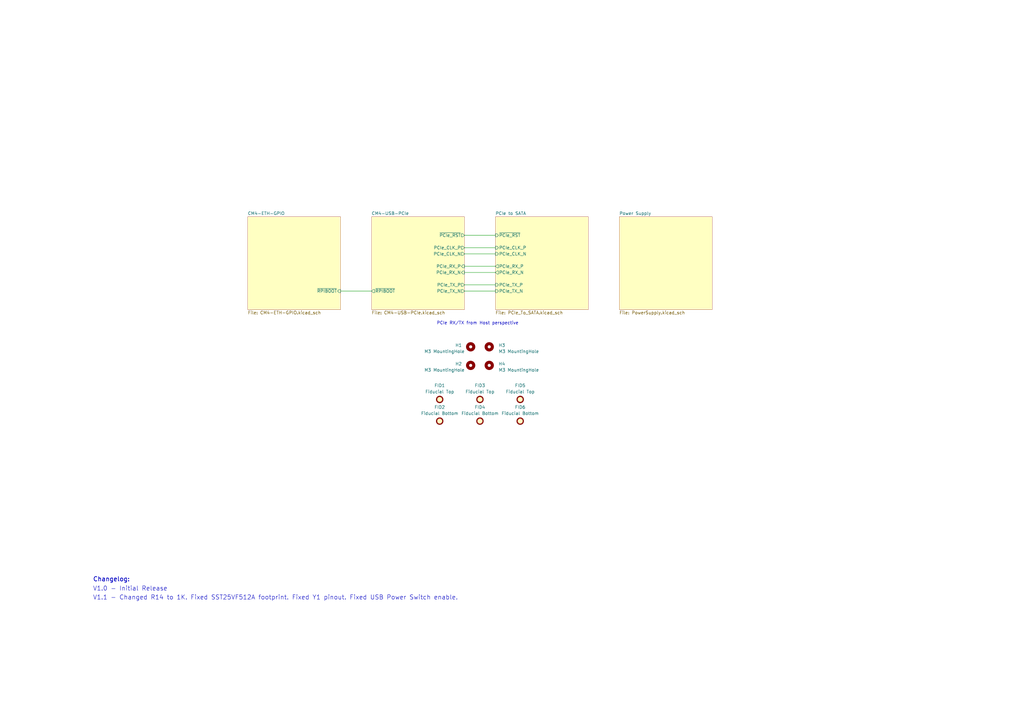
<source format=kicad_sch>
(kicad_sch (version 20211123) (generator eeschema)

  (uuid 4dda0f32-68f6-467e-9c4a-af7e2b8a8793)

  (paper "A3")

  (title_block
    (title "Pintry X2")
    (rev "${RevNum}")
    (company "www.cezarchirila.com")
    (comment 1 "2-bay NAS based on RPi CM4")
    (comment 9 "${DrawnBy}")
  )

  (lib_symbols
    (symbol "Mechanical:Fiducial" (in_bom yes) (on_board yes)
      (property "Reference" "FID" (id 0) (at 0 5.08 0)
        (effects (font (size 1.27 1.27)))
      )
      (property "Value" "Fiducial" (id 1) (at 0 3.175 0)
        (effects (font (size 1.27 1.27)))
      )
      (property "Footprint" "" (id 2) (at 0 0 0)
        (effects (font (size 1.27 1.27)) hide)
      )
      (property "Datasheet" "~" (id 3) (at 0 0 0)
        (effects (font (size 1.27 1.27)) hide)
      )
      (property "ki_keywords" "fiducial marker" (id 4) (at 0 0 0)
        (effects (font (size 1.27 1.27)) hide)
      )
      (property "ki_description" "Fiducial Marker" (id 5) (at 0 0 0)
        (effects (font (size 1.27 1.27)) hide)
      )
      (property "ki_fp_filters" "Fiducial*" (id 6) (at 0 0 0)
        (effects (font (size 1.27 1.27)) hide)
      )
      (symbol "Fiducial_0_1"
        (circle (center 0 0) (radius 1.27)
          (stroke (width 0.508) (type default) (color 0 0 0 0))
          (fill (type background))
        )
      )
    )
    (symbol "Mechanical:MountingHole" (pin_names (offset 1.016)) (in_bom yes) (on_board yes)
      (property "Reference" "H" (id 0) (at 0 5.08 0)
        (effects (font (size 1.27 1.27)))
      )
      (property "Value" "MountingHole" (id 1) (at 0 3.175 0)
        (effects (font (size 1.27 1.27)))
      )
      (property "Footprint" "" (id 2) (at 0 0 0)
        (effects (font (size 1.27 1.27)) hide)
      )
      (property "Datasheet" "~" (id 3) (at 0 0 0)
        (effects (font (size 1.27 1.27)) hide)
      )
      (property "ki_keywords" "mounting hole" (id 4) (at 0 0 0)
        (effects (font (size 1.27 1.27)) hide)
      )
      (property "ki_description" "Mounting Hole without connection" (id 5) (at 0 0 0)
        (effects (font (size 1.27 1.27)) hide)
      )
      (property "ki_fp_filters" "MountingHole*" (id 6) (at 0 0 0)
        (effects (font (size 1.27 1.27)) hide)
      )
      (symbol "MountingHole_0_1"
        (circle (center 0 0) (radius 1.27)
          (stroke (width 1.27) (type default) (color 0 0 0 0))
          (fill (type none))
        )
      )
    )
  )


  (wire (pts (xy 190.5 119.38) (xy 203.2 119.38))
    (stroke (width 0) (type solid) (color 0 0 0 0))
    (uuid 07807ab1-6ade-4f33-b0ca-adfecf4cfd96)
  )
  (wire (pts (xy 190.5 104.14) (xy 203.2 104.14))
    (stroke (width 0) (type solid) (color 0 0 0 0))
    (uuid 11963897-266f-4524-ad8a-98abc4b6b95c)
  )
  (wire (pts (xy 190.5 111.76) (xy 203.2 111.76))
    (stroke (width 0) (type solid) (color 0 0 0 0))
    (uuid 62b39ec3-fb84-43e4-b59f-c200d2502053)
  )
  (wire (pts (xy 190.5 96.52) (xy 203.2 96.52))
    (stroke (width 0) (type solid) (color 0 0 0 0))
    (uuid 8c6baf67-e272-4b3b-a731-5dd5c8d468d3)
  )
  (wire (pts (xy 190.5 101.6) (xy 203.2 101.6))
    (stroke (width 0) (type solid) (color 0 0 0 0))
    (uuid 9013c94f-4686-4254-9a2d-2404d900daa7)
  )
  (wire (pts (xy 139.7 119.38) (xy 152.4 119.38))
    (stroke (width 0) (type default) (color 0 0 0 0))
    (uuid 989d5876-b9ff-4556-9f51-aee0f9a005b2)
  )
  (wire (pts (xy 190.5 109.22) (xy 203.2 109.22))
    (stroke (width 0) (type solid) (color 0 0 0 0))
    (uuid a3fd6f2a-3741-4573-be62-0497eb413e04)
  )
  (wire (pts (xy 190.5 116.84) (xy 203.2 116.84))
    (stroke (width 0) (type solid) (color 0 0 0 0))
    (uuid d5f56c4d-7495-46d5-bbad-4b355e80aa36)
  )

  (text "V1.0 - Initial Release\n" (at 38.1 242.57 0)
    (effects (font (size 1.8 1.8)) (justify left bottom))
    (uuid 02d16e87-6bb6-42bb-9c8c-32ba0211cb29)
  )
  (text "Changelog:\n" (at 38.1 238.76 0)
    (effects (font (size 1.8 1.8) (thickness 0.254) bold) (justify left bottom))
    (uuid 2e46d647-b4a9-44b4-bc56-891886a29047)
  )
  (text "PCIe RX/TX from Host perspective" (at 179.07 133.35 0)
    (effects (font (size 1.27 1.27)) (justify left bottom))
    (uuid 458f4ea7-9ae5-45de-8720-a20773562f3f)
  )
  (text "V1.1 - Changed R14 to 1K. Fixed SST25VF512A footprint. Fixed Y1 pinout. Fixed USB Power Switch enable. \n\n\n\n "
    (at 38.1 257.81 0)
    (effects (font (size 1.8 1.8)) (justify left bottom))
    (uuid 75ae7bb1-e197-425a-8988-785aa2c9a41d)
  )

  (symbol (lib_id "Mechanical:MountingHole") (at 200.66 149.86 180) (unit 1)
    (in_bom no) (on_board yes) (fields_autoplaced)
    (uuid 0194bed1-4bed-4537-b564-e346a44aef7b)
    (property "Reference" "H4" (id 0) (at 204.47 149.2249 0)
      (effects (font (size 1.27 1.27)) (justify right))
    )
    (property "Value" "M3 MountingHole " (id 1) (at 204.47 151.7649 0)
      (effects (font (size 1.27 1.27)) (justify right))
    )
    (property "Footprint" "PintryParts-Footprints:MountingHole_3.2mm_M3" (id 2) (at 200.66 149.86 0)
      (effects (font (size 1.27 1.27)) hide)
    )
    (property "Datasheet" "~" (id 3) (at 200.66 149.86 0)
      (effects (font (size 1.27 1.27)) hide)
    )
  )

  (symbol (lib_id "Mechanical:Fiducial") (at 180.34 172.72 0) (unit 1)
    (in_bom yes) (on_board yes)
    (uuid 3d43d90e-07c3-4a60-9557-3f52d4ea9405)
    (property "Reference" "FID2" (id 0) (at 180.34 167.0049 0))
    (property "Value" "Fiducial Bottom" (id 1) (at 180.34 169.5449 0))
    (property "Footprint" "Fiducial:Fiducial_1mm_Mask2mm" (id 2) (at 180.34 172.72 0)
      (effects (font (size 1.27 1.27)) hide)
    )
    (property "Datasheet" "~" (id 3) (at 180.34 172.72 0)
      (effects (font (size 1.27 1.27)) hide)
    )
  )

  (symbol (lib_id "Mechanical:MountingHole") (at 200.66 142.24 0) (unit 1)
    (in_bom no) (on_board yes) (fields_autoplaced)
    (uuid 41fc35d7-6e42-45f9-ab1e-8a19c1f58700)
    (property "Reference" "H3" (id 0) (at 204.47 141.6049 0)
      (effects (font (size 1.27 1.27)) (justify left))
    )
    (property "Value" "M3 MountingHole " (id 1) (at 204.47 144.1449 0)
      (effects (font (size 1.27 1.27)) (justify left))
    )
    (property "Footprint" "PintryParts-Footprints:MountingHole_3.2mm_M3" (id 2) (at 200.66 142.24 0)
      (effects (font (size 1.27 1.27)) hide)
    )
    (property "Datasheet" "~" (id 3) (at 200.66 142.24 0)
      (effects (font (size 1.27 1.27)) hide)
    )
  )

  (symbol (lib_id "Mechanical:MountingHole") (at 193.04 142.24 180) (unit 1)
    (in_bom no) (on_board yes)
    (uuid 46aa9506-432d-443d-a798-e01f6ae99826)
    (property "Reference" "H1" (id 0) (at 186.69 141.6049 0)
      (effects (font (size 1.27 1.27)) (justify right))
    )
    (property "Value" "M3 MountingHole " (id 1) (at 173.99 144.1449 0)
      (effects (font (size 1.27 1.27)) (justify right))
    )
    (property "Footprint" "PintryParts-Footprints:MountingHole_3.2mm_M3" (id 2) (at 193.04 142.24 0)
      (effects (font (size 1.27 1.27)) hide)
    )
    (property "Datasheet" "~" (id 3) (at 193.04 142.24 0)
      (effects (font (size 1.27 1.27)) hide)
    )
  )

  (symbol (lib_id "Mechanical:Fiducial") (at 213.36 163.83 0) (unit 1)
    (in_bom yes) (on_board yes)
    (uuid 482109ff-a987-41b1-90bb-37a11fec6cd7)
    (property "Reference" "FID5" (id 0) (at 213.36 158.1149 0))
    (property "Value" "Fiducial Top" (id 1) (at 213.36 160.6549 0))
    (property "Footprint" "Fiducial:Fiducial_1mm_Mask2mm" (id 2) (at 213.36 163.83 0)
      (effects (font (size 1.27 1.27)) hide)
    )
    (property "Datasheet" "~" (id 3) (at 213.36 163.83 0)
      (effects (font (size 1.27 1.27)) hide)
    )
  )

  (symbol (lib_id "Mechanical:Fiducial") (at 180.34 163.83 0) (unit 1)
    (in_bom yes) (on_board yes)
    (uuid 5835667a-adef-4356-bfae-00196517dc60)
    (property "Reference" "FID1" (id 0) (at 180.34 158.1149 0))
    (property "Value" "Fiducial Top" (id 1) (at 180.34 160.6549 0))
    (property "Footprint" "Fiducial:Fiducial_1mm_Mask2mm" (id 2) (at 180.34 163.83 0)
      (effects (font (size 1.27 1.27)) hide)
    )
    (property "Datasheet" "~" (id 3) (at 180.34 163.83 0)
      (effects (font (size 1.27 1.27)) hide)
    )
  )

  (symbol (lib_id "Mechanical:Fiducial") (at 196.85 172.72 0) (unit 1)
    (in_bom yes) (on_board yes)
    (uuid 7b7de95f-391c-4ae8-96ab-b3104b9fdb29)
    (property "Reference" "FID4" (id 0) (at 196.85 167.0049 0))
    (property "Value" "Fiducial Bottom" (id 1) (at 196.85 169.5449 0))
    (property "Footprint" "Fiducial:Fiducial_1mm_Mask2mm" (id 2) (at 196.85 172.72 0)
      (effects (font (size 1.27 1.27)) hide)
    )
    (property "Datasheet" "~" (id 3) (at 196.85 172.72 0)
      (effects (font (size 1.27 1.27)) hide)
    )
  )

  (symbol (lib_id "Mechanical:Fiducial") (at 213.36 172.72 0) (unit 1)
    (in_bom yes) (on_board yes)
    (uuid 7d6b81c5-169d-4e9b-9865-48c6b39d22ae)
    (property "Reference" "FID6" (id 0) (at 213.36 167.0049 0))
    (property "Value" "Fiducial Bottom" (id 1) (at 213.36 169.5449 0))
    (property "Footprint" "Fiducial:Fiducial_1mm_Mask2mm" (id 2) (at 213.36 172.72 0)
      (effects (font (size 1.27 1.27)) hide)
    )
    (property "Datasheet" "~" (id 3) (at 213.36 172.72 0)
      (effects (font (size 1.27 1.27)) hide)
    )
  )

  (symbol (lib_id "Mechanical:MountingHole") (at 193.04 149.86 180) (unit 1)
    (in_bom no) (on_board yes)
    (uuid 813d6b44-6a17-43d5-a19a-ecddbfd7bf6c)
    (property "Reference" "H2" (id 0) (at 186.69 149.2249 0)
      (effects (font (size 1.27 1.27)) (justify right))
    )
    (property "Value" "M3 MountingHole " (id 1) (at 173.99 151.7649 0)
      (effects (font (size 1.27 1.27)) (justify right))
    )
    (property "Footprint" "PintryParts-Footprints:MountingHole_3.2mm_M3" (id 2) (at 193.04 149.86 0)
      (effects (font (size 1.27 1.27)) hide)
    )
    (property "Datasheet" "~" (id 3) (at 193.04 149.86 0)
      (effects (font (size 1.27 1.27)) hide)
    )
  )

  (symbol (lib_id "Mechanical:Fiducial") (at 196.85 163.83 0) (unit 1)
    (in_bom yes) (on_board yes)
    (uuid b5dc1132-b1e1-4d20-a46d-8c005074bfcc)
    (property "Reference" "FID3" (id 0) (at 196.85 158.1149 0))
    (property "Value" "Fiducial Top" (id 1) (at 196.85 160.6549 0))
    (property "Footprint" "Fiducial:Fiducial_1mm_Mask2mm" (id 2) (at 196.85 163.83 0)
      (effects (font (size 1.27 1.27)) hide)
    )
    (property "Datasheet" "~" (id 3) (at 196.85 163.83 0)
      (effects (font (size 1.27 1.27)) hide)
    )
  )

  (sheet (at 152.4 88.9) (size 38.1 38.1) (fields_autoplaced)
    (stroke (width 0.0006) (type solid) (color 0 0 0 0))
    (fill (color 255 255 194 1.0000))
    (uuid 43f16507-298f-4d98-bfaf-f1724bb94aba)
    (property "Sheet name" "CM4-USB-PCIe" (id 0) (at 152.4 88.2643 0)
      (effects (font (size 1.27 1.27)) (justify left bottom))
    )
    (property "Sheet file" "CM4-USB-PCIe.kicad_sch" (id 1) (at 152.4 127.5087 0)
      (effects (font (size 1.27 1.27)) (justify left top))
    )
    (pin "~{PCIe_RST}" output (at 190.5 96.52 0)
      (effects (font (size 1.27 1.27)) (justify right))
      (uuid e114e424-831c-477c-a5d0-411e6c394a1c)
    )
    (pin "PCIe_TX_N" output (at 190.5 119.38 0)
      (effects (font (size 1.27 1.27)) (justify right))
      (uuid a8ae605b-67ba-40a0-a348-d3cd0f496011)
    )
    (pin "PCIe_CLK_N" output (at 190.5 104.14 0)
      (effects (font (size 1.27 1.27)) (justify right))
      (uuid cfe7693c-882d-4624-b198-c8dbaff82624)
    )
    (pin "PCIe_RX_P" input (at 190.5 109.22 0)
      (effects (font (size 1.27 1.27)) (justify right))
      (uuid 7bdc8a4d-e685-4fe2-b39b-a0a2bb015771)
    )
    (pin "PCIe_CLK_P" output (at 190.5 101.6 0)
      (effects (font (size 1.27 1.27)) (justify right))
      (uuid 92cfe14c-cc07-4135-ade8-463c187c9b92)
    )
    (pin "PCIe_RX_N" input (at 190.5 111.76 0)
      (effects (font (size 1.27 1.27)) (justify right))
      (uuid 2640582c-05c8-4e52-b2c1-0839897b271d)
    )
    (pin "PCIe_TX_P" output (at 190.5 116.84 0)
      (effects (font (size 1.27 1.27)) (justify right))
      (uuid 98d1fc62-cbbd-4c12-8b82-cdf490250f0a)
    )
    (pin "~{RPIBOOT}" output (at 152.4 119.38 180)
      (effects (font (size 1.27 1.27)) (justify left))
      (uuid 58147e92-cb2d-45bf-a9d0-0b8e62e52d72)
    )
  )

  (sheet (at 254 88.9) (size 38.1 38.1) (fields_autoplaced)
    (stroke (width 0.0006) (type solid) (color 0 0 0 0))
    (fill (color 255 255 194 1.0000))
    (uuid 9b6e5347-f86e-4db9-bbf5-31af483a2407)
    (property "Sheet name" "Power Supply" (id 0) (at 254 88.2643 0)
      (effects (font (size 1.27 1.27)) (justify left bottom))
    )
    (property "Sheet file" "PowerSupply.kicad_sch" (id 1) (at 254 127.5087 0)
      (effects (font (size 1.27 1.27)) (justify left top))
    )
  )

  (sheet (at 101.6 88.9) (size 38.1 38.1) (fields_autoplaced)
    (stroke (width 0.0006) (type solid) (color 0 0 0 0))
    (fill (color 255 255 194 1.0000))
    (uuid 9d10082d-34aa-4b2a-aed1-f6a03e5ca555)
    (property "Sheet name" "CM4-ETH-GPIO" (id 0) (at 101.6 88.2643 0)
      (effects (font (size 1.27 1.27)) (justify left bottom))
    )
    (property "Sheet file" "CM4-ETH-GPIO.kicad_sch" (id 1) (at 101.6 127.5087 0)
      (effects (font (size 1.27 1.27)) (justify left top))
    )
    (pin "~{RPIBOOT}" input (at 139.7 119.38 0)
      (effects (font (size 1.27 1.27)) (justify right))
      (uuid 0f790728-1d4d-4644-8f7d-cf2248c2aed6)
    )
  )

  (sheet (at 203.2 88.9) (size 38.1 38.1) (fields_autoplaced)
    (stroke (width 0.0006) (type solid) (color 0 0 0 0))
    (fill (color 255 255 194 1.0000))
    (uuid d684709a-a958-44ce-bda0-0bbe09272c17)
    (property "Sheet name" "PCIe to SATA" (id 0) (at 203.2 88.2643 0)
      (effects (font (size 1.27 1.27)) (justify left bottom))
    )
    (property "Sheet file" "PCIe_To_SATA.kicad_sch" (id 1) (at 203.2 127.5087 0)
      (effects (font (size 1.27 1.27)) (justify left top))
    )
    (pin "PCIe_TX_P" input (at 203.2 116.84 180)
      (effects (font (size 1.27 1.27)) (justify left))
      (uuid 5af6c4d8-8876-4c5d-8f90-9e448f60d73b)
    )
    (pin "PCIe_TX_N" input (at 203.2 119.38 180)
      (effects (font (size 1.27 1.27)) (justify left))
      (uuid 7cb0c79a-60f2-4a2b-b2a6-5e4377849e2d)
    )
    (pin "PCIe_RX_N" output (at 203.2 111.76 180)
      (effects (font (size 1.27 1.27)) (justify left))
      (uuid 23ac8d57-243a-4587-aaaf-64302c4378e9)
    )
    (pin "PCIe_RX_P" output (at 203.2 109.22 180)
      (effects (font (size 1.27 1.27)) (justify left))
      (uuid afbb7210-3f8a-44db-b873-6a9644ec46be)
    )
    (pin "PCIe_CLK_P" input (at 203.2 101.6 180)
      (effects (font (size 1.27 1.27)) (justify left))
      (uuid 8038cf7d-61c6-4733-856a-5d63a65b3593)
    )
    (pin "PCIe_CLK_N" input (at 203.2 104.14 180)
      (effects (font (size 1.27 1.27)) (justify left))
      (uuid db3e4d6d-96da-47af-ab3b-0d658b48882c)
    )
    (pin "~{PCIe_RST}" input (at 203.2 96.52 180)
      (effects (font (size 1.27 1.27)) (justify left))
      (uuid 8383182a-0206-4e1d-a2d5-0fbf72b556d2)
    )
  )

  (sheet_instances
    (path "/" (page "1"))
    (path "/9b6e5347-f86e-4db9-bbf5-31af483a2407" (page "2"))
    (path "/9d10082d-34aa-4b2a-aed1-f6a03e5ca555" (page "3"))
    (path "/43f16507-298f-4d98-bfaf-f1724bb94aba" (page "4"))
    (path "/d684709a-a958-44ce-bda0-0bbe09272c17" (page "5"))
  )

  (symbol_instances
    (path "/9d10082d-34aa-4b2a-aed1-f6a03e5ca555/cb64e3c7-1865-4c42-b59a-d8d66a3ad82a"
      (reference "#PWR01") (unit 1) (value "GND") (footprint "")
    )
    (path "/9d10082d-34aa-4b2a-aed1-f6a03e5ca555/c413402f-9cda-4483-9405-b5aa5cbc1b7f"
      (reference "#PWR02") (unit 1) (value "GND") (footprint "")
    )
    (path "/9d10082d-34aa-4b2a-aed1-f6a03e5ca555/073facfa-9aa0-4ae5-94e2-95e7586568f5"
      (reference "#PWR03") (unit 1) (value "+3.3V") (footprint "")
    )
    (path "/9d10082d-34aa-4b2a-aed1-f6a03e5ca555/88e725ee-eb65-4468-b83b-49dfbae99662"
      (reference "#PWR04") (unit 1) (value "GND") (footprint "")
    )
    (path "/43f16507-298f-4d98-bfaf-f1724bb94aba/a99ebf1a-a2fd-4e67-aaf2-fcfe0780966b"
      (reference "#PWR05") (unit 1) (value "GND") (footprint "")
    )
    (path "/43f16507-298f-4d98-bfaf-f1724bb94aba/d73e435f-14da-47c7-95a9-228007a7144b"
      (reference "#PWR06") (unit 1) (value "GND") (footprint "")
    )
    (path "/43f16507-298f-4d98-bfaf-f1724bb94aba/179495a9-c26e-42d6-98bf-80cc7a8705bd"
      (reference "#PWR07") (unit 1) (value "+3.3V") (footprint "")
    )
    (path "/9d10082d-34aa-4b2a-aed1-f6a03e5ca555/534b7d94-501d-451e-8d5d-5807cc5c906c"
      (reference "#PWR08") (unit 1) (value "+3.3V") (footprint "")
    )
    (path "/9d10082d-34aa-4b2a-aed1-f6a03e5ca555/e4a75e5f-115f-4de4-9e5f-c43129540a67"
      (reference "#PWR09") (unit 1) (value "+3.3V") (footprint "")
    )
    (path "/43f16507-298f-4d98-bfaf-f1724bb94aba/0672956f-ccd6-4562-8d06-659153b1e84b"
      (reference "#PWR010") (unit 1) (value "GND") (footprint "")
    )
    (path "/43f16507-298f-4d98-bfaf-f1724bb94aba/b8e5da49-bd4f-4003-a65b-db25203f5185"
      (reference "#PWR011") (unit 1) (value "+5V") (footprint "")
    )
    (path "/43f16507-298f-4d98-bfaf-f1724bb94aba/83d6c380-e8d8-49de-90aa-9a4b881654be"
      (reference "#PWR012") (unit 1) (value "GND") (footprint "")
    )
    (path "/9d10082d-34aa-4b2a-aed1-f6a03e5ca555/5c826b7c-76ee-4951-89b0-e4f4f7dfc6fe"
      (reference "#PWR013") (unit 1) (value "GND") (footprint "")
    )
    (path "/43f16507-298f-4d98-bfaf-f1724bb94aba/0c744d36-1f71-4ba7-a681-7df0efa40131"
      (reference "#PWR014") (unit 1) (value "GND") (footprint "")
    )
    (path "/43f16507-298f-4d98-bfaf-f1724bb94aba/81ef8c3a-5aa9-4b1d-8d04-a13ba442c479"
      (reference "#PWR015") (unit 1) (value "+3.3V") (footprint "")
    )
    (path "/43f16507-298f-4d98-bfaf-f1724bb94aba/97d5d3cb-06bd-4392-b133-92438f485e82"
      (reference "#PWR016") (unit 1) (value "GND") (footprint "")
    )
    (path "/43f16507-298f-4d98-bfaf-f1724bb94aba/4fcf5981-944d-4a10-a03a-79e6196473c9"
      (reference "#PWR017") (unit 1) (value "GND") (footprint "")
    )
    (path "/43f16507-298f-4d98-bfaf-f1724bb94aba/9c1c2464-2e00-4fd6-852a-f432268ce739"
      (reference "#PWR018") (unit 1) (value "GND") (footprint "")
    )
    (path "/43f16507-298f-4d98-bfaf-f1724bb94aba/4ed9f688-9915-433f-995c-2e48523dad23"
      (reference "#PWR019") (unit 1) (value "GND") (footprint "")
    )
    (path "/9d10082d-34aa-4b2a-aed1-f6a03e5ca555/7d3cddaf-2d9c-471f-9028-6d8c27792cad"
      (reference "#PWR020") (unit 1) (value "GND") (footprint "")
    )
    (path "/43f16507-298f-4d98-bfaf-f1724bb94aba/ece9aa2d-a524-4311-b2fb-7f11157153ff"
      (reference "#PWR021") (unit 1) (value "GND") (footprint "")
    )
    (path "/9d10082d-34aa-4b2a-aed1-f6a03e5ca555/7c6d1ad8-9c3a-4b91-975c-3b27bc4482bb"
      (reference "#PWR022") (unit 1) (value "GND") (footprint "")
    )
    (path "/43f16507-298f-4d98-bfaf-f1724bb94aba/10d22d61-ff76-45d7-8596-d21f228487ee"
      (reference "#PWR023") (unit 1) (value "GND") (footprint "")
    )
    (path "/43f16507-298f-4d98-bfaf-f1724bb94aba/3e8e1b0d-4a63-400b-bc65-8f359e87f722"
      (reference "#PWR024") (unit 1) (value "GND") (footprint "")
    )
    (path "/9d10082d-34aa-4b2a-aed1-f6a03e5ca555/d21d135e-0dae-4e64-aba6-221220140eef"
      (reference "#PWR025") (unit 1) (value "GND") (footprint "")
    )
    (path "/9d10082d-34aa-4b2a-aed1-f6a03e5ca555/94dd7550-466e-4be4-bad9-5e99deb58ce6"
      (reference "#PWR026") (unit 1) (value "GND") (footprint "")
    )
    (path "/43f16507-298f-4d98-bfaf-f1724bb94aba/67a40863-efff-4e79-8a5f-16599a38048c"
      (reference "#PWR027") (unit 1) (value "GND") (footprint "")
    )
    (path "/43f16507-298f-4d98-bfaf-f1724bb94aba/bf7a3843-e94a-4aee-8707-ca27c7ecd0f0"
      (reference "#PWR028") (unit 1) (value "GND") (footprint "")
    )
    (path "/43f16507-298f-4d98-bfaf-f1724bb94aba/b29d911a-385d-46c8-b1ed-27ed686da49f"
      (reference "#PWR029") (unit 1) (value "GND") (footprint "")
    )
    (path "/9d10082d-34aa-4b2a-aed1-f6a03e5ca555/afe458d3-3ad5-4ac5-bd36-3f8b5b762eaf"
      (reference "#PWR030") (unit 1) (value "GND") (footprint "")
    )
    (path "/9d10082d-34aa-4b2a-aed1-f6a03e5ca555/7799958e-9ba1-431e-902d-41cbd019ec69"
      (reference "#PWR031") (unit 1) (value "+3.3V") (footprint "")
    )
    (path "/9d10082d-34aa-4b2a-aed1-f6a03e5ca555/5074bffa-3904-4659-bc26-41867cee396c"
      (reference "#PWR032") (unit 1) (value "GND") (footprint "")
    )
    (path "/9d10082d-34aa-4b2a-aed1-f6a03e5ca555/89cc37c3-f38d-4a76-b956-f71314944bb8"
      (reference "#PWR033") (unit 1) (value "+3.3V") (footprint "")
    )
    (path "/9d10082d-34aa-4b2a-aed1-f6a03e5ca555/04ab7149-7bbc-4256-9047-d982054a754c"
      (reference "#PWR034") (unit 1) (value "+5V") (footprint "")
    )
    (path "/43f16507-298f-4d98-bfaf-f1724bb94aba/dbbe10b1-a04f-447b-9b52-05ad854ee7cb"
      (reference "#PWR035") (unit 1) (value "GND") (footprint "")
    )
    (path "/9d10082d-34aa-4b2a-aed1-f6a03e5ca555/3a3a0b1e-5036-428f-ac5b-60566a7949b7"
      (reference "#PWR036") (unit 1) (value "+3.3V") (footprint "")
    )
    (path "/9d10082d-34aa-4b2a-aed1-f6a03e5ca555/c2fbc102-55fd-4138-b781-29319a34a0f5"
      (reference "#PWR037") (unit 1) (value "GND") (footprint "")
    )
    (path "/9d10082d-34aa-4b2a-aed1-f6a03e5ca555/a2dcb01d-8461-424d-ab92-4dbadc65fe42"
      (reference "#PWR038") (unit 1) (value "GND") (footprint "")
    )
    (path "/9d10082d-34aa-4b2a-aed1-f6a03e5ca555/6371d849-fa06-40cc-8d3f-17e16105cb5f"
      (reference "#PWR039") (unit 1) (value "GND") (footprint "")
    )
    (path "/9d10082d-34aa-4b2a-aed1-f6a03e5ca555/848e4c25-380e-4045-a367-1574beef436a"
      (reference "#PWR040") (unit 1) (value "GND") (footprint "")
    )
    (path "/9d10082d-34aa-4b2a-aed1-f6a03e5ca555/986a33ef-a678-4eaf-859e-662cdac41b1a"
      (reference "#PWR041") (unit 1) (value "+5V") (footprint "")
    )
    (path "/9d10082d-34aa-4b2a-aed1-f6a03e5ca555/c235c00e-1766-4170-b398-eb2ec078d8c4"
      (reference "#PWR042") (unit 1) (value "GND") (footprint "")
    )
    (path "/9d10082d-34aa-4b2a-aed1-f6a03e5ca555/1c022ff9-1637-4936-80be-d731aeb28b0a"
      (reference "#PWR043") (unit 1) (value "GND") (footprint "")
    )
    (path "/9d10082d-34aa-4b2a-aed1-f6a03e5ca555/a933cb7a-cba1-4745-8858-224556382e07"
      (reference "#PWR044") (unit 1) (value "+3.3V") (footprint "")
    )
    (path "/9d10082d-34aa-4b2a-aed1-f6a03e5ca555/68a85c23-1b0d-418e-915c-c9ad74dcf45a"
      (reference "#PWR045") (unit 1) (value "+3.3V") (footprint "")
    )
    (path "/9d10082d-34aa-4b2a-aed1-f6a03e5ca555/6ddb0644-4aff-473c-bad1-9bef4107e974"
      (reference "#PWR046") (unit 1) (value "+3.3V") (footprint "")
    )
    (path "/9d10082d-34aa-4b2a-aed1-f6a03e5ca555/716ba8f3-91d7-44cc-818d-79b64ce2250d"
      (reference "#PWR047") (unit 1) (value "GND") (footprint "")
    )
    (path "/43f16507-298f-4d98-bfaf-f1724bb94aba/4df667bd-fc89-4d1e-b546-20efc4c87fe4"
      (reference "#PWR048") (unit 1) (value "GND") (footprint "")
    )
    (path "/9d10082d-34aa-4b2a-aed1-f6a03e5ca555/53171da1-91b5-4065-bb12-806f9195f790"
      (reference "#PWR049") (unit 1) (value "GND") (footprint "")
    )
    (path "/9d10082d-34aa-4b2a-aed1-f6a03e5ca555/1f261753-e6fa-4093-b0e0-ee132c456569"
      (reference "#PWR050") (unit 1) (value "GND") (footprint "")
    )
    (path "/9d10082d-34aa-4b2a-aed1-f6a03e5ca555/b7ee41a4-a48b-4f2f-9d2c-b3955ab90c47"
      (reference "#PWR051") (unit 1) (value "GND") (footprint "")
    )
    (path "/9d10082d-34aa-4b2a-aed1-f6a03e5ca555/a33c6d4c-e2b4-4ed1-ad3c-463b6dec3f9a"
      (reference "#PWR052") (unit 1) (value "GND") (footprint "")
    )
    (path "/9d10082d-34aa-4b2a-aed1-f6a03e5ca555/4b5c8e5c-006a-4685-b18d-97c5bd1f4fe9"
      (reference "#PWR053") (unit 1) (value "GND") (footprint "")
    )
    (path "/9d10082d-34aa-4b2a-aed1-f6a03e5ca555/f43ab109-fbd0-4734-927e-eda3a9ef37aa"
      (reference "#PWR054") (unit 1) (value "GND") (footprint "")
    )
    (path "/9d10082d-34aa-4b2a-aed1-f6a03e5ca555/18f23ee8-8b7f-4eba-86e0-ba9884e3d793"
      (reference "#PWR055") (unit 1) (value "+12V") (footprint "")
    )
    (path "/9b6e5347-f86e-4db9-bbf5-31af483a2407/94c695ae-9fec-40cb-bb36-c680559ddd60"
      (reference "#PWR056") (unit 1) (value "GND") (footprint "")
    )
    (path "/9d10082d-34aa-4b2a-aed1-f6a03e5ca555/392739ae-7a82-49f4-aaf6-6aad595ee7a7"
      (reference "#PWR057") (unit 1) (value "GND") (footprint "")
    )
    (path "/9d10082d-34aa-4b2a-aed1-f6a03e5ca555/6fb703b2-dc08-42af-9879-eb5583f8c686"
      (reference "#PWR058") (unit 1) (value "GND") (footprint "")
    )
    (path "/9d10082d-34aa-4b2a-aed1-f6a03e5ca555/6c124826-3b13-4db8-8a0b-a3f261237e8c"
      (reference "#PWR059") (unit 1) (value "GND") (footprint "")
    )
    (path "/9d10082d-34aa-4b2a-aed1-f6a03e5ca555/d9c0d7b9-51c9-4432-abe0-32576117996b"
      (reference "#PWR060") (unit 1) (value "GND") (footprint "")
    )
    (path "/9d10082d-34aa-4b2a-aed1-f6a03e5ca555/c946a694-75bc-42e7-bf01-90334cd275b0"
      (reference "#PWR061") (unit 1) (value "GND") (footprint "")
    )
    (path "/9d10082d-34aa-4b2a-aed1-f6a03e5ca555/62ad4003-a3eb-46da-abba-32a8cf6cf24d"
      (reference "#PWR062") (unit 1) (value "GND") (footprint "")
    )
    (path "/9d10082d-34aa-4b2a-aed1-f6a03e5ca555/5c820632-2260-417e-8db0-d97413df55ac"
      (reference "#PWR063") (unit 1) (value "GND") (footprint "")
    )
    (path "/9d10082d-34aa-4b2a-aed1-f6a03e5ca555/5cbc3087-a93d-4923-a614-fdeabcbc8605"
      (reference "#PWR064") (unit 1) (value "GND") (footprint "")
    )
    (path "/9d10082d-34aa-4b2a-aed1-f6a03e5ca555/3bacd215-698d-4555-ad62-d431a3e4ae03"
      (reference "#PWR065") (unit 1) (value "GND") (footprint "")
    )
    (path "/9d10082d-34aa-4b2a-aed1-f6a03e5ca555/4fc0da42-7a53-442c-93a5-567441b3350c"
      (reference "#PWR066") (unit 1) (value "GND") (footprint "")
    )
    (path "/9d10082d-34aa-4b2a-aed1-f6a03e5ca555/b39ae77e-447e-4d56-8421-95d15a14aabb"
      (reference "#PWR067") (unit 1) (value "GND") (footprint "")
    )
    (path "/9d10082d-34aa-4b2a-aed1-f6a03e5ca555/f91ba4b6-d9f8-48ec-8faa-9f1924b296f5"
      (reference "#PWR068") (unit 1) (value "GND") (footprint "")
    )
    (path "/9d10082d-34aa-4b2a-aed1-f6a03e5ca555/79cb0292-c774-47a1-97b5-c83349d6d422"
      (reference "#PWR069") (unit 1) (value "GND") (footprint "")
    )
    (path "/9d10082d-34aa-4b2a-aed1-f6a03e5ca555/1bd64054-b721-4312-8ff0-3cbf02073acf"
      (reference "#PWR070") (unit 1) (value "GND") (footprint "")
    )
    (path "/9d10082d-34aa-4b2a-aed1-f6a03e5ca555/e60261e7-8ab0-48e5-8285-5b42ef6512d5"
      (reference "#PWR071") (unit 1) (value "GND") (footprint "")
    )
    (path "/d684709a-a958-44ce-bda0-0bbe09272c17/9beadc81-79de-470a-89a2-3e804c24a48b"
      (reference "#PWR072") (unit 1) (value "GND") (footprint "")
    )
    (path "/d684709a-a958-44ce-bda0-0bbe09272c17/b0df8da7-e302-43a1-ba64-74e06ded2ad6"
      (reference "#PWR073") (unit 1) (value "GND") (footprint "")
    )
    (path "/d684709a-a958-44ce-bda0-0bbe09272c17/f9c7ccfa-78d1-42c0-ada6-251577c0bcd1"
      (reference "#PWR074") (unit 1) (value "GND") (footprint "")
    )
    (path "/9d10082d-34aa-4b2a-aed1-f6a03e5ca555/e9b55565-de45-4b28-a951-034691780f85"
      (reference "#PWR075") (unit 1) (value "GND") (footprint "")
    )
    (path "/d684709a-a958-44ce-bda0-0bbe09272c17/c36ee3d2-73e4-408e-ade4-3f3f3ff3e5d9"
      (reference "#PWR076") (unit 1) (value "+3.3V") (footprint "")
    )
    (path "/d684709a-a958-44ce-bda0-0bbe09272c17/4febeb89-4d91-4f87-9c75-fef61b54479a"
      (reference "#PWR077") (unit 1) (value "GND") (footprint "")
    )
    (path "/43f16507-298f-4d98-bfaf-f1724bb94aba/3b2464ae-ae63-4db3-b478-09ba82719b4b"
      (reference "#PWR078") (unit 1) (value "GND") (footprint "")
    )
    (path "/d684709a-a958-44ce-bda0-0bbe09272c17/67537e3a-2b8d-426b-87ed-727e0c0bf13f"
      (reference "#PWR080") (unit 1) (value "+1V2") (footprint "")
    )
    (path "/d684709a-a958-44ce-bda0-0bbe09272c17/416d533b-946b-4a92-aec6-a9d1919b0fbc"
      (reference "#PWR081") (unit 1) (value "GND") (footprint "")
    )
    (path "/d684709a-a958-44ce-bda0-0bbe09272c17/9bc334ba-e2a2-487d-8aee-6b31fe095ce6"
      (reference "#PWR082") (unit 1) (value "+3.3V") (footprint "")
    )
    (path "/d684709a-a958-44ce-bda0-0bbe09272c17/b8f344ce-5a23-4518-84f1-ac48a462febe"
      (reference "#PWR083") (unit 1) (value "GND") (footprint "")
    )
    (path "/d684709a-a958-44ce-bda0-0bbe09272c17/b8b56a4c-b77e-4505-a915-d23d64db7eee"
      (reference "#PWR088") (unit 1) (value "GND") (footprint "")
    )
    (path "/d684709a-a958-44ce-bda0-0bbe09272c17/19a9c330-da48-4ea9-885f-483e3fef735a"
      (reference "#PWR093") (unit 1) (value "+3.3V") (footprint "")
    )
    (path "/d684709a-a958-44ce-bda0-0bbe09272c17/da1bac62-744b-4999-9208-03561a062abd"
      (reference "#PWR094") (unit 1) (value "GND") (footprint "")
    )
    (path "/d684709a-a958-44ce-bda0-0bbe09272c17/ac391a14-7e27-4c65-bcdc-8d26da5d4676"
      (reference "#PWR095") (unit 1) (value "+3.3V") (footprint "")
    )
    (path "/d684709a-a958-44ce-bda0-0bbe09272c17/201e95da-1e3b-47c2-9a8a-a54132830278"
      (reference "#PWR098") (unit 1) (value "+3.3V") (footprint "")
    )
    (path "/d684709a-a958-44ce-bda0-0bbe09272c17/2621fd37-df9b-4c36-8bdd-851b1f47fd69"
      (reference "#PWR099") (unit 1) (value "GND") (footprint "")
    )
    (path "/d684709a-a958-44ce-bda0-0bbe09272c17/3fdc75e6-23fc-4103-b55b-3b7f50790f16"
      (reference "#PWR0101") (unit 1) (value "GND") (footprint "")
    )
    (path "/d684709a-a958-44ce-bda0-0bbe09272c17/1ba63329-9614-4f5c-96a3-27f9b7e169fa"
      (reference "#PWR0102") (unit 1) (value "GND") (footprint "")
    )
    (path "/9d10082d-34aa-4b2a-aed1-f6a03e5ca555/66f8ed09-5ebc-4d36-9cb7-e63599d314cc"
      (reference "#PWR0103") (unit 1) (value "+5V") (footprint "")
    )
    (path "/d684709a-a958-44ce-bda0-0bbe09272c17/3b94d9f2-ba80-4643-ba6e-34b16317f6ef"
      (reference "#PWR0104") (unit 1) (value "+1V2") (footprint "")
    )
    (path "/d684709a-a958-44ce-bda0-0bbe09272c17/7318f227-fc0d-4cf4-9fd8-42ac6aa07c59"
      (reference "#PWR0105") (unit 1) (value "GND") (footprint "")
    )
    (path "/d684709a-a958-44ce-bda0-0bbe09272c17/44f9268e-871c-4bf3-a7a2-b3540a1f0098"
      (reference "#PWR0106") (unit 1) (value "+1V2") (footprint "")
    )
    (path "/d684709a-a958-44ce-bda0-0bbe09272c17/09095857-b13d-4b3d-8b34-6381789a247d"
      (reference "#PWR0107") (unit 1) (value "GND") (footprint "")
    )
    (path "/d684709a-a958-44ce-bda0-0bbe09272c17/938fc02a-0e86-4e60-a8e1-e26173e060e2"
      (reference "#PWR0108") (unit 1) (value "+3.3V") (footprint "")
    )
    (path "/d684709a-a958-44ce-bda0-0bbe09272c17/7c1a534c-be40-4f27-b981-9fbc585288ca"
      (reference "#PWR0109") (unit 1) (value "GND") (footprint "")
    )
    (path "/d684709a-a958-44ce-bda0-0bbe09272c17/1db44afa-2105-4065-8bf4-456fa66f44d7"
      (reference "#PWR0110") (unit 1) (value "+5V") (footprint "")
    )
    (path "/d684709a-a958-44ce-bda0-0bbe09272c17/47aaa32d-150d-4a4f-9433-140fe8efe1d1"
      (reference "#PWR0111") (unit 1) (value "+12V") (footprint "")
    )
    (path "/d684709a-a958-44ce-bda0-0bbe09272c17/26e90666-8cf6-475f-9676-c24b31b3b426"
      (reference "#PWR0112") (unit 1) (value "+5V") (footprint "")
    )
    (path "/d684709a-a958-44ce-bda0-0bbe09272c17/6299b47b-f353-4811-b175-a7a474f0e04e"
      (reference "#PWR0113") (unit 1) (value "+12V") (footprint "")
    )
    (path "/d684709a-a958-44ce-bda0-0bbe09272c17/bc2b2ac0-1ade-4304-ada8-896fe5348245"
      (reference "#PWR0114") (unit 1) (value "GND") (footprint "")
    )
    (path "/d684709a-a958-44ce-bda0-0bbe09272c17/4e73b7ba-5772-4c1a-b272-b96ef719ed75"
      (reference "#PWR0115") (unit 1) (value "GND") (footprint "")
    )
    (path "/d684709a-a958-44ce-bda0-0bbe09272c17/03fe27e7-00d2-46f1-9e4e-b7416f48467b"
      (reference "#PWR0116") (unit 1) (value "GND") (footprint "")
    )
    (path "/d684709a-a958-44ce-bda0-0bbe09272c17/a45cd668-56df-4c86-9dc9-23cb363d561f"
      (reference "#PWR0117") (unit 1) (value "GND") (footprint "")
    )
    (path "/d684709a-a958-44ce-bda0-0bbe09272c17/7959ee18-2388-4ef2-a490-96a3501859d9"
      (reference "#PWR0118") (unit 1) (value "GND") (footprint "")
    )
    (path "/d684709a-a958-44ce-bda0-0bbe09272c17/b86653bc-49ee-4d48-8a68-b58f842ccc83"
      (reference "#PWR0119") (unit 1) (value "GND") (footprint "")
    )
    (path "/d684709a-a958-44ce-bda0-0bbe09272c17/8ce60404-c587-4acc-be49-5fcfd619ea99"
      (reference "#PWR0120") (unit 1) (value "GND") (footprint "")
    )
    (path "/d684709a-a958-44ce-bda0-0bbe09272c17/149af342-9bd9-4ea8-9232-3771a6bf4102"
      (reference "#PWR0121") (unit 1) (value "GND") (footprint "")
    )
    (path "/d684709a-a958-44ce-bda0-0bbe09272c17/d279a328-4ba0-445b-a8e2-786caf615197"
      (reference "#PWR0122") (unit 1) (value "GND") (footprint "")
    )
    (path "/d684709a-a958-44ce-bda0-0bbe09272c17/a42838da-0c96-4056-abae-21248069bd23"
      (reference "#PWR0123") (unit 1) (value "GND") (footprint "")
    )
    (path "/d684709a-a958-44ce-bda0-0bbe09272c17/03348dd7-0dc2-4016-8bbf-c5fa7f8a10eb"
      (reference "#PWR0124") (unit 1) (value "GND") (footprint "")
    )
    (path "/d684709a-a958-44ce-bda0-0bbe09272c17/4a735a7c-9a86-4401-b348-4c86dd6c3357"
      (reference "#PWR0125") (unit 1) (value "GND") (footprint "")
    )
    (path "/d684709a-a958-44ce-bda0-0bbe09272c17/a0fbb804-6ada-402a-82d5-895e7c510305"
      (reference "#PWR0126") (unit 1) (value "GND") (footprint "")
    )
    (path "/d684709a-a958-44ce-bda0-0bbe09272c17/dec7827e-6152-4a96-9528-2cc330f7c9dc"
      (reference "#PWR0127") (unit 1) (value "GND") (footprint "")
    )
    (path "/d684709a-a958-44ce-bda0-0bbe09272c17/60b1c505-47d7-418c-883e-8ba3e8277bc3"
      (reference "#PWR0128") (unit 1) (value "GND") (footprint "")
    )
    (path "/d684709a-a958-44ce-bda0-0bbe09272c17/3340cf56-da69-4357-89e0-c14d5f940c9d"
      (reference "#PWR0129") (unit 1) (value "GND") (footprint "")
    )
    (path "/9b6e5347-f86e-4db9-bbf5-31af483a2407/59e0dcbf-3e32-467f-bbb8-813bb395835d"
      (reference "#PWR0130") (unit 1) (value "+12V") (footprint "")
    )
    (path "/9b6e5347-f86e-4db9-bbf5-31af483a2407/cd430875-cc43-4985-975e-2465593be104"
      (reference "#PWR0131") (unit 1) (value "GND") (footprint "")
    )
    (path "/9b6e5347-f86e-4db9-bbf5-31af483a2407/e4d9a99c-5b2a-40f0-9b52-d1bc68c98405"
      (reference "#PWR0132") (unit 1) (value "+12V") (footprint "")
    )
    (path "/9b6e5347-f86e-4db9-bbf5-31af483a2407/d303724d-bf23-4409-8ef1-9d97a2c94817"
      (reference "#PWR0133") (unit 1) (value "GND") (footprint "")
    )
    (path "/9b6e5347-f86e-4db9-bbf5-31af483a2407/8d84a18a-fb43-4d5e-aecc-369adaaa6a03"
      (reference "#PWR0134") (unit 1) (value "VCC") (footprint "")
    )
    (path "/9b6e5347-f86e-4db9-bbf5-31af483a2407/94bbe20e-09eb-4a37-a555-a526ad6baf6a"
      (reference "#PWR0135") (unit 1) (value "GND") (footprint "")
    )
    (path "/9b6e5347-f86e-4db9-bbf5-31af483a2407/1d85d2fb-6560-431f-b2c9-54849aa85836"
      (reference "#PWR0136") (unit 1) (value "GND") (footprint "")
    )
    (path "/9b6e5347-f86e-4db9-bbf5-31af483a2407/93677083-6c32-428c-8e38-eb5175aa1119"
      (reference "#PWR0137") (unit 1) (value "GND") (footprint "")
    )
    (path "/9b6e5347-f86e-4db9-bbf5-31af483a2407/f3e4ff73-fc19-47f1-8a2c-5adf41019a14"
      (reference "#PWR0138") (unit 1) (value "GND") (footprint "")
    )
    (path "/9b6e5347-f86e-4db9-bbf5-31af483a2407/6993c1fb-9928-4b2f-97eb-de25bb10b102"
      (reference "#PWR0139") (unit 1) (value "GND") (footprint "")
    )
    (path "/9b6e5347-f86e-4db9-bbf5-31af483a2407/fad1bd02-377d-4736-828a-28872c299364"
      (reference "#PWR0140") (unit 1) (value "GND") (footprint "")
    )
    (path "/9b6e5347-f86e-4db9-bbf5-31af483a2407/f5b496f2-ea00-497c-800f-6a74093b2d4f"
      (reference "#PWR0141") (unit 1) (value "GND") (footprint "")
    )
    (path "/9b6e5347-f86e-4db9-bbf5-31af483a2407/93522263-7d65-4c61-b0d9-b422d302b8f4"
      (reference "#PWR0142") (unit 1) (value "VCC") (footprint "")
    )
    (path "/9b6e5347-f86e-4db9-bbf5-31af483a2407/af32b888-0c3d-48c2-ac4b-836c2ca7071e"
      (reference "#PWR0143") (unit 1) (value "GND") (footprint "")
    )
    (path "/9b6e5347-f86e-4db9-bbf5-31af483a2407/b385bc38-47e0-462b-aec7-f8100e95e43e"
      (reference "#PWR0144") (unit 1) (value "GND") (footprint "")
    )
    (path "/43f16507-298f-4d98-bfaf-f1724bb94aba/9d0fe3a6-d02b-4920-9231-813081adfc8b"
      (reference "#PWR0145") (unit 1) (value "GND") (footprint "")
    )
    (path "/9b6e5347-f86e-4db9-bbf5-31af483a2407/5e55dc42-0089-47bf-9024-2334ea89628c"
      (reference "#PWR0146") (unit 1) (value "GND") (footprint "")
    )
    (path "/9b6e5347-f86e-4db9-bbf5-31af483a2407/9d5e57bd-237a-4590-9838-bd6a89f86e2c"
      (reference "#PWR0147") (unit 1) (value "GND") (footprint "")
    )
    (path "/9b6e5347-f86e-4db9-bbf5-31af483a2407/ce1b32c0-ec20-46f4-9b60-3fdfd228cc75"
      (reference "#PWR0148") (unit 1) (value "GND") (footprint "")
    )
    (path "/9b6e5347-f86e-4db9-bbf5-31af483a2407/93b71f0e-e66f-45ab-a732-77177fa804c5"
      (reference "#PWR0149") (unit 1) (value "GND") (footprint "")
    )
    (path "/9b6e5347-f86e-4db9-bbf5-31af483a2407/c3a9ffcc-c265-4e93-9a91-9252556597ec"
      (reference "#PWR0150") (unit 1) (value "GND") (footprint "")
    )
    (path "/9b6e5347-f86e-4db9-bbf5-31af483a2407/6bfc30af-0ca1-4ba4-b392-d0fa14889c77"
      (reference "#PWR0151") (unit 1) (value "GND") (footprint "")
    )
    (path "/9b6e5347-f86e-4db9-bbf5-31af483a2407/9829ed74-f946-4cfc-be0e-05f97e8c0064"
      (reference "#PWR0152") (unit 1) (value "+5V") (footprint "")
    )
    (path "/9b6e5347-f86e-4db9-bbf5-31af483a2407/cd0bcafd-ed84-4cd7-8215-ed461431a008"
      (reference "#PWR0153") (unit 1) (value "+12V") (footprint "")
    )
    (path "/9b6e5347-f86e-4db9-bbf5-31af483a2407/e1a081f0-0616-4c8a-90f6-be4d3f32ee57"
      (reference "#PWR0154") (unit 1) (value "GND") (footprint "")
    )
    (path "/43f16507-298f-4d98-bfaf-f1724bb94aba/8ffb6013-907a-415f-9140-e7469dfe0209"
      (reference "#PWR0156") (unit 1) (value "GND") (footprint "")
    )
    (path "/9d10082d-34aa-4b2a-aed1-f6a03e5ca555/3e796aa1-dcdf-4ccd-8cb5-c2cffce8c426"
      (reference "#PWR0157") (unit 1) (value "+5V") (footprint "")
    )
    (path "/9d10082d-34aa-4b2a-aed1-f6a03e5ca555/a7e54de9-71f4-49aa-a9f1-2a6b900d2aab"
      (reference "#PWR0158") (unit 1) (value "GND") (footprint "")
    )
    (path "/9d10082d-34aa-4b2a-aed1-f6a03e5ca555/01e2e747-8607-420c-a0ac-2003371ac64b"
      (reference "#PWR0159") (unit 1) (value "+3.3V") (footprint "")
    )
    (path "/9d10082d-34aa-4b2a-aed1-f6a03e5ca555/d666e814-4d43-48a7-89bb-fbbc341a5f6e"
      (reference "#PWR0160") (unit 1) (value "GND") (footprint "")
    )
    (path "/9d10082d-34aa-4b2a-aed1-f6a03e5ca555/521c1904-4faa-47b4-a877-61e3a49f6a6d"
      (reference "#PWR0161") (unit 1) (value "+3.3V") (footprint "")
    )
    (path "/9d10082d-34aa-4b2a-aed1-f6a03e5ca555/12b354e7-4c95-4040-9f6f-40d8a79f5c6e"
      (reference "#PWR0162") (unit 1) (value "+5V") (footprint "")
    )
    (path "/9d10082d-34aa-4b2a-aed1-f6a03e5ca555/2d9c71ab-bc29-4cd4-afaf-4a607b3e70d5"
      (reference "#PWR0163") (unit 1) (value "GND") (footprint "")
    )
    (path "/d684709a-a958-44ce-bda0-0bbe09272c17/725acbb8-d6b3-4630-9fbe-834ed44c11aa"
      (reference "#PWR0165") (unit 1) (value "GND") (footprint "")
    )
    (path "/9b6e5347-f86e-4db9-bbf5-31af483a2407/9ebaa446-52ec-4045-adb3-1742a2e56c93"
      (reference "#PWR0166") (unit 1) (value "GND") (footprint "")
    )
    (path "/9b6e5347-f86e-4db9-bbf5-31af483a2407/92f49123-d872-4580-ad0d-48b979e7402f"
      (reference "#PWR0167") (unit 1) (value "GND") (footprint "")
    )
    (path "/9d10082d-34aa-4b2a-aed1-f6a03e5ca555/2c7c91c3-fdb9-4eaa-a1e4-24e3a3f55abb"
      (reference "#PWR0168") (unit 1) (value "+12V") (footprint "")
    )
    (path "/9d10082d-34aa-4b2a-aed1-f6a03e5ca555/7a61b4f3-0aa1-40e0-aa45-47bf9d2a5b25"
      (reference "C1") (unit 1) (value "10uF") (footprint "PintryParts-Footprints:C_0402_1005Metric")
    )
    (path "/43f16507-298f-4d98-bfaf-f1724bb94aba/1ac96d8b-744e-460f-89d0-4e652da2e070"
      (reference "C2") (unit 1) (value "0.1uF") (footprint "PintryParts-Footprints:C_0402_1005Metric")
    )
    (path "/9d10082d-34aa-4b2a-aed1-f6a03e5ca555/cbfefaee-0b62-4baa-8d1b-abbb6ca6164e"
      (reference "C3") (unit 1) (value "0.1uF") (footprint "PintryParts-Footprints:C_0402_1005Metric")
    )
    (path "/43f16507-298f-4d98-bfaf-f1724bb94aba/d99f5215-2daf-4211-bd39-78200cd91bf1"
      (reference "C4") (unit 1) (value "0.1uF") (footprint "PintryParts-Footprints:C_0402_1005Metric")
    )
    (path "/43f16507-298f-4d98-bfaf-f1724bb94aba/fe3f7d0c-e185-4bea-b3ee-c3fc3a4ece28"
      (reference "C5") (unit 1) (value "10uF") (footprint "PintryParts-Footprints:C_0402_1005Metric")
    )
    (path "/43f16507-298f-4d98-bfaf-f1724bb94aba/7f400c2e-089c-4031-ab4c-2db8efd797e4"
      (reference "C6") (unit 1) (value "22uF") (footprint "PintryParts-Footprints:C_0805_2012Metric")
    )
    (path "/43f16507-298f-4d98-bfaf-f1724bb94aba/e354a1b4-71c1-4b00-af22-24145d9a532d"
      (reference "C7") (unit 1) (value "0.1uF") (footprint "PintryParts-Footprints:C_0402_1005Metric")
    )
    (path "/9d10082d-34aa-4b2a-aed1-f6a03e5ca555/f9b3c59c-236f-43b0-a8a9-54f7ab53eaf5"
      (reference "C8") (unit 1) (value "865080443007") (footprint "Capacitor_SMD:CP_Elec_6.3x5.4")
    )
    (path "/9d10082d-34aa-4b2a-aed1-f6a03e5ca555/a7b608c0-9a0f-49ff-b2b4-2e336a69a339"
      (reference "C9") (unit 1) (value "0.1uF") (footprint "PintryParts-Footprints:C_0402_1005Metric")
    )
    (path "/9d10082d-34aa-4b2a-aed1-f6a03e5ca555/882dedb5-17cc-46f4-aeba-cd79d0962e85"
      (reference "C10") (unit 1) (value "865080443007") (footprint "Capacitor_SMD:CP_Elec_6.3x5.4")
    )
    (path "/9d10082d-34aa-4b2a-aed1-f6a03e5ca555/7f434990-2804-4236-9409-fb766e0a85e3"
      (reference "C11") (unit 1) (value "0.1uF") (footprint "PintryParts-Footprints:C_0402_1005Metric")
    )
    (path "/9d10082d-34aa-4b2a-aed1-f6a03e5ca555/1cfd1496-46e3-46e8-92bc-126745916c3a"
      (reference "C12") (unit 1) (value "0.1uF") (footprint "PintryParts-Footprints:C_0402_1005Metric")
    )
    (path "/9d10082d-34aa-4b2a-aed1-f6a03e5ca555/18cb2424-5284-4e85-b36c-871cc60bbbe6"
      (reference "C13") (unit 1) (value "0.1uF") (footprint "PintryParts-Footprints:C_0402_1005Metric")
    )
    (path "/9d10082d-34aa-4b2a-aed1-f6a03e5ca555/229649a1-586e-49c8-b54c-2d0140f9a10f"
      (reference "C14") (unit 1) (value "10uF") (footprint "PintryParts-Footprints:C_0402_1005Metric")
    )
    (path "/9d10082d-34aa-4b2a-aed1-f6a03e5ca555/5042c8be-02d7-4b7c-b976-e5add9eb74f0"
      (reference "C15") (unit 1) (value "0.1uF") (footprint "PintryParts-Footprints:C_0402_1005Metric")
    )
    (path "/9d10082d-34aa-4b2a-aed1-f6a03e5ca555/909e82b2-83d9-409a-bb87-a57d0888e458"
      (reference "C16") (unit 1) (value "10uF") (footprint "PintryParts-Footprints:C_0402_1005Metric")
    )
    (path "/9d10082d-34aa-4b2a-aed1-f6a03e5ca555/1e5e2331-6fca-421f-83f4-648aae0ba972"
      (reference "C17") (unit 1) (value "10uF") (footprint "PintryParts-Footprints:C_0402_1005Metric")
    )
    (path "/d684709a-a958-44ce-bda0-0bbe09272c17/54cf88d8-bdc5-40c4-aa5d-7b3a6c1f6821"
      (reference "C18") (unit 1) (value "15pF") (footprint "PintryParts-Footprints:C_0402_1005Metric")
    )
    (path "/d684709a-a958-44ce-bda0-0bbe09272c17/d3814d74-3027-46e7-afea-3e5fa60682b6"
      (reference "C19") (unit 1) (value "0.01uF") (footprint "PintryParts-Footprints:C_0402_1005Metric")
    )
    (path "/d684709a-a958-44ce-bda0-0bbe09272c17/707d3459-6446-441f-9b40-d1b4c95cb0f7"
      (reference "C20") (unit 1) (value "0.01uF") (footprint "PintryParts-Footprints:C_0402_1005Metric")
    )
    (path "/9b6e5347-f86e-4db9-bbf5-31af483a2407/251cd913-5196-4b11-a8ea-f1615ee9e9e5"
      (reference "C21") (unit 1) (value "1uF") (footprint "PintryParts-Footprints:C_0402_1005Metric")
    )
    (path "/d684709a-a958-44ce-bda0-0bbe09272c17/870273e3-2c82-4aff-8c6f-06e527aaa99b"
      (reference "C23") (unit 1) (value "0.1uF") (footprint "PintryParts-Footprints:C_0402_1005Metric")
    )
    (path "/d684709a-a958-44ce-bda0-0bbe09272c17/be9d0bd2-c2cc-4a31-ad9a-64fb7a57d1a2"
      (reference "C24") (unit 1) (value "10uF") (footprint "PintryParts-Footprints:C_0402_1005Metric")
    )
    (path "/d684709a-a958-44ce-bda0-0bbe09272c17/060fc33c-58a3-4919-ba4b-8369e8701acb"
      (reference "C27") (unit 1) (value "0.1uF") (footprint "PintryParts-Footprints:C_0402_1005Metric")
    )
    (path "/d684709a-a958-44ce-bda0-0bbe09272c17/71b5550a-f004-4605-83e5-d75ad93229ea"
      (reference "C28") (unit 1) (value "0.1uF") (footprint "PintryParts-Footprints:C_0402_1005Metric")
    )
    (path "/d684709a-a958-44ce-bda0-0bbe09272c17/eb4fe74a-746e-4ce0-8a01-2c12159866de"
      (reference "C29") (unit 1) (value "10uF") (footprint "PintryParts-Footprints:C_0402_1005Metric")
    )
    (path "/d684709a-a958-44ce-bda0-0bbe09272c17/b0a1a879-32f9-4d7f-9ba8-e05c9651819d"
      (reference "C30") (unit 1) (value "0.1uF") (footprint "PintryParts-Footprints:C_0402_1005Metric")
    )
    (path "/d684709a-a958-44ce-bda0-0bbe09272c17/fc693fcc-9470-479b-868b-4d8a69a09c55"
      (reference "C31") (unit 1) (value "0.1uF") (footprint "PintryParts-Footprints:C_0402_1005Metric")
    )
    (path "/d684709a-a958-44ce-bda0-0bbe09272c17/f6393763-f98e-49b4-a5e7-ece64335a184"
      (reference "C32") (unit 1) (value "0.1uF") (footprint "PintryParts-Footprints:C_0402_1005Metric")
    )
    (path "/d684709a-a958-44ce-bda0-0bbe09272c17/a94ef019-0640-4d6f-9f54-e251cf2d94ca"
      (reference "C33") (unit 1) (value "0.1uF") (footprint "PintryParts-Footprints:C_0402_1005Metric")
    )
    (path "/d684709a-a958-44ce-bda0-0bbe09272c17/098f37d8-3b97-42c5-8c6d-2d63170b880a"
      (reference "C34") (unit 1) (value "0.1uF") (footprint "PintryParts-Footprints:C_0402_1005Metric")
    )
    (path "/d684709a-a958-44ce-bda0-0bbe09272c17/3c6ebd3a-3d0e-4983-a0ca-5f388fefb1a7"
      (reference "C35") (unit 1) (value "0.1uF") (footprint "PintryParts-Footprints:C_0402_1005Metric")
    )
    (path "/d684709a-a958-44ce-bda0-0bbe09272c17/8879dec0-1a99-413a-8c6d-1441d10b70fb"
      (reference "C36") (unit 1) (value "0.1uF") (footprint "PintryParts-Footprints:C_0402_1005Metric")
    )
    (path "/d684709a-a958-44ce-bda0-0bbe09272c17/f93f02c7-d8e4-48aa-96b5-2c66f8b61d49"
      (reference "C37") (unit 1) (value "0.1uF") (footprint "PintryParts-Footprints:C_0402_1005Metric")
    )
    (path "/d684709a-a958-44ce-bda0-0bbe09272c17/d4ff12e6-b2bf-4cc3-bbc7-c2876597eb70"
      (reference "C38") (unit 1) (value "0.1uF") (footprint "PintryParts-Footprints:C_0402_1005Metric")
    )
    (path "/d684709a-a958-44ce-bda0-0bbe09272c17/b8486bfd-908d-4abe-a26b-e9fd8ff358ff"
      (reference "C39") (unit 1) (value "0.1uF") (footprint "PintryParts-Footprints:C_0402_1005Metric")
    )
    (path "/d684709a-a958-44ce-bda0-0bbe09272c17/a3ed9d41-a460-4b8e-945a-19d84f55576b"
      (reference "C40") (unit 1) (value "0.1uF") (footprint "PintryParts-Footprints:C_0402_1005Metric")
    )
    (path "/d684709a-a958-44ce-bda0-0bbe09272c17/48df2e5f-db95-4231-9666-2e38c634af4a"
      (reference "C41") (unit 1) (value "0.1uF") (footprint "PintryParts-Footprints:C_0402_1005Metric")
    )
    (path "/d684709a-a958-44ce-bda0-0bbe09272c17/5fca1287-3319-419c-a9fa-112a72443522"
      (reference "C42") (unit 1) (value "0.1uF") (footprint "PintryParts-Footprints:C_0402_1005Metric")
    )
    (path "/d684709a-a958-44ce-bda0-0bbe09272c17/be2cb72b-25b9-4815-a847-6f71481841e5"
      (reference "C43") (unit 1) (value "0.1uF") (footprint "PintryParts-Footprints:C_0402_1005Metric")
    )
    (path "/d684709a-a958-44ce-bda0-0bbe09272c17/38ec8c8b-72d8-4b60-bb71-551798b9d160"
      (reference "C44") (unit 1) (value "0.1uF") (footprint "PintryParts-Footprints:C_0402_1005Metric")
    )
    (path "/d684709a-a958-44ce-bda0-0bbe09272c17/d25dce22-ccd8-4a9c-bd39-8d85762935c9"
      (reference "C45") (unit 1) (value "0.01uF") (footprint "PintryParts-Footprints:C_0402_1005Metric")
    )
    (path "/d684709a-a958-44ce-bda0-0bbe09272c17/af0ed2ef-d50c-4742-bec7-c2f6f5f21efb"
      (reference "C46") (unit 1) (value "0.01uF") (footprint "PintryParts-Footprints:C_0402_1005Metric")
    )
    (path "/d684709a-a958-44ce-bda0-0bbe09272c17/fe789eb3-2b6d-4057-b8b2-c16eef666d34"
      (reference "C47") (unit 1) (value "0.01uF") (footprint "PintryParts-Footprints:C_0402_1005Metric")
    )
    (path "/d684709a-a958-44ce-bda0-0bbe09272c17/b3f56637-dbd5-49b4-a854-90c4890d9858"
      (reference "C48") (unit 1) (value "0.01uF") (footprint "PintryParts-Footprints:C_0402_1005Metric")
    )
    (path "/d684709a-a958-44ce-bda0-0bbe09272c17/987cecef-533d-41b9-b41f-fe530129df78"
      (reference "C49") (unit 1) (value "865080443007") (footprint "Capacitor_SMD:CP_Elec_6.3x5.4")
    )
    (path "/d684709a-a958-44ce-bda0-0bbe09272c17/92660b29-9e6a-4efd-ad4b-360e3aabebf5"
      (reference "C50") (unit 1) (value "865080443007") (footprint "Capacitor_SMD:CP_Elec_6.3x5.4")
    )
    (path "/d684709a-a958-44ce-bda0-0bbe09272c17/4b10fb63-102d-464c-88a6-6616d5913558"
      (reference "C51") (unit 1) (value "0.01uF") (footprint "PintryParts-Footprints:C_0402_1005Metric")
    )
    (path "/d684709a-a958-44ce-bda0-0bbe09272c17/e54498a2-2d80-457d-8f77-6159a8b8f9b6"
      (reference "C52") (unit 1) (value "0.01uF") (footprint "PintryParts-Footprints:C_0402_1005Metric")
    )
    (path "/d684709a-a958-44ce-bda0-0bbe09272c17/9c472e24-23f8-44a5-b46c-b597b94c68e6"
      (reference "C53") (unit 1) (value "0.01uF") (footprint "PintryParts-Footprints:C_0402_1005Metric")
    )
    (path "/d684709a-a958-44ce-bda0-0bbe09272c17/0f55a6cd-8553-4e50-b7d4-5cd790a91590"
      (reference "C54") (unit 1) (value "0.01uF") (footprint "PintryParts-Footprints:C_0402_1005Metric")
    )
    (path "/d684709a-a958-44ce-bda0-0bbe09272c17/83b44451-05bf-4b4d-abce-0b1c7bc4b9cd"
      (reference "C55") (unit 1) (value "865080443007") (footprint "Capacitor_SMD:CP_Elec_6.3x5.4")
    )
    (path "/d684709a-a958-44ce-bda0-0bbe09272c17/c6965cb3-885c-463b-b7c5-e63571748c9c"
      (reference "C56") (unit 1) (value "865080443007") (footprint "Capacitor_SMD:CP_Elec_6.3x5.4")
    )
    (path "/9b6e5347-f86e-4db9-bbf5-31af483a2407/bd067c2c-e786-44c9-a732-010de18447a7"
      (reference "C57") (unit 1) (value "0.1uF") (footprint "PintryParts-Footprints:C_0402_1005Metric")
    )
    (path "/9b6e5347-f86e-4db9-bbf5-31af483a2407/ecfe7e40-b5cf-445c-b63c-4efef727aa5f"
      (reference "C58") (unit 1) (value "22uF") (footprint "PintryParts-Footprints:C_0805_2012Metric")
    )
    (path "/9b6e5347-f86e-4db9-bbf5-31af483a2407/0d033de9-0b23-46f8-b482-42fb1fcd2344"
      (reference "C59") (unit 1) (value "TBD") (footprint "PintryParts-Footprints:C_0402_1005Metric")
    )
    (path "/9b6e5347-f86e-4db9-bbf5-31af483a2407/0c19596d-7907-41cc-a4ed-d53938a60d16"
      (reference "C60") (unit 1) (value "0.1uF") (footprint "PintryParts-Footprints:C_0402_1005Metric")
    )
    (path "/9b6e5347-f86e-4db9-bbf5-31af483a2407/5a032873-156a-444a-a6ca-84bd0a74cb21"
      (reference "C61") (unit 1) (value "1uF") (footprint "PintryParts-Footprints:C_0402_1005Metric")
    )
    (path "/9b6e5347-f86e-4db9-bbf5-31af483a2407/62dfc5ea-6793-4640-a5e5-187d2152a176"
      (reference "C62") (unit 1) (value "22uF") (footprint "PintryParts-Footprints:C_0805_2012Metric")
    )
    (path "/9b6e5347-f86e-4db9-bbf5-31af483a2407/62aa7b0e-8a78-4cec-8897-cb979e66fb8b"
      (reference "C63") (unit 1) (value "22uF") (footprint "PintryParts-Footprints:C_0805_2012Metric")
    )
    (path "/9b6e5347-f86e-4db9-bbf5-31af483a2407/b16479a6-058a-420f-b5b3-5ae8792ed7f5"
      (reference "C64") (unit 1) (value "22uF") (footprint "PintryParts-Footprints:C_0805_2012Metric")
    )
    (path "/9b6e5347-f86e-4db9-bbf5-31af483a2407/7e9cdba5-52ff-48de-9d4c-62e643ea6373"
      (reference "C65") (unit 1) (value "0.1uF") (footprint "PintryParts-Footprints:C_0402_1005Metric")
    )
    (path "/9b6e5347-f86e-4db9-bbf5-31af483a2407/a347256f-f828-41a8-8683-1b668aa8d54c"
      (reference "C66") (unit 1) (value "865080443007") (footprint "Capacitor_SMD:CP_Elec_6.3x5.4")
    )
    (path "/9d10082d-34aa-4b2a-aed1-f6a03e5ca555/298d959e-aa85-44db-ab58-9d7247bbd028"
      (reference "C67") (unit 1) (value "10uF") (footprint "PintryParts-Footprints:C_0402_1005Metric")
    )
    (path "/9d10082d-34aa-4b2a-aed1-f6a03e5ca555/cfbdd076-9d6c-4dd8-87b9-cc5bd2912fdc"
      (reference "C68") (unit 1) (value "10uF") (footprint "PintryParts-Footprints:C_0402_1005Metric")
    )
    (path "/43f16507-298f-4d98-bfaf-f1724bb94aba/90031992-c61c-4971-8875-df258b8c3955"
      (reference "D1") (unit 1) (value "DF2S6.2FS,L3M") (footprint "Diode_SMD:D_SOD-923")
    )
    (path "/43f16507-298f-4d98-bfaf-f1724bb94aba/2cf907fe-4bbc-4606-9537-61e2a9921404"
      (reference "D2") (unit 1) (value "DF2S6.2FS,L3M") (footprint "Diode_SMD:D_SOD-923")
    )
    (path "/43f16507-298f-4d98-bfaf-f1724bb94aba/dc7ff990-47ca-440c-b1ac-0fb1bf33ae38"
      (reference "D3") (unit 1) (value "D3V3M1U259-7") (footprint "Diode_SMD:D_SOD-923")
    )
    (path "/43f16507-298f-4d98-bfaf-f1724bb94aba/83301ffd-c9e4-43e0-83f4-780337f3c57a"
      (reference "D4") (unit 1) (value "D3V3M1U259-7") (footprint "Diode_SMD:D_SOD-923")
    )
    (path "/43f16507-298f-4d98-bfaf-f1724bb94aba/22fa13c2-d111-4425-a1d8-9df4427384d5"
      (reference "D5") (unit 1) (value "D3V3M1U259-7") (footprint "Diode_SMD:D_SOD-923")
    )
    (path "/43f16507-298f-4d98-bfaf-f1724bb94aba/55c4320b-d023-45ec-a8a7-16f6c4cd22e1"
      (reference "D6") (unit 1) (value "D3V3M1U259-7") (footprint "Diode_SMD:D_SOD-923")
    )
    (path "/9d10082d-34aa-4b2a-aed1-f6a03e5ca555/a0f6f20a-b607-4c46-8091-4483967c9f9a"
      (reference "D7") (unit 1) (value "DF2S6.2FS,L3M") (footprint "Diode_SMD:D_SOD-923")
    )
    (path "/9d10082d-34aa-4b2a-aed1-f6a03e5ca555/9416faeb-54cd-4a5d-9519-11badceae2fc"
      (reference "D8") (unit 1) (value "APA2107SECK") (footprint "PintryParts-Footprints:APA2107SECK")
    )
    (path "/9d10082d-34aa-4b2a-aed1-f6a03e5ca555/7b5042fb-e394-46f6-bd97-d0ef55bbce3b"
      (reference "D9") (unit 1) (value "APA2107SECK") (footprint "PintryParts-Footprints:APA2107SECK")
    )
    (path "/9d10082d-34aa-4b2a-aed1-f6a03e5ca555/09789602-8863-4518-9fc7-c73ba28c0da5"
      (reference "D10") (unit 1) (value "D3V3M1U259-7") (footprint "Diode_SMD:D_SOD-923")
    )
    (path "/9d10082d-34aa-4b2a-aed1-f6a03e5ca555/9989d1ef-0406-4c2b-9f13-98ae156d9b0e"
      (reference "D11") (unit 1) (value "D3V3M1U259-7") (footprint "Diode_SMD:D_SOD-923")
    )
    (path "/9d10082d-34aa-4b2a-aed1-f6a03e5ca555/588aa1e2-0cf1-43e1-b405-7cfd868ba3a1"
      (reference "D12") (unit 1) (value "D3V3M1U259-7") (footprint "Diode_SMD:D_SOD-923")
    )
    (path "/9d10082d-34aa-4b2a-aed1-f6a03e5ca555/a610e262-dc53-44e5-8ee8-a5f1a8e29e6d"
      (reference "D13") (unit 1) (value "DF2S16FS,L3M") (footprint "Diode_SMD:D_SOD-923")
    )
    (path "/9d10082d-34aa-4b2a-aed1-f6a03e5ca555/956ec844-906c-49cb-9193-ce9140f42cf1"
      (reference "D14") (unit 1) (value "DF2S16FS,L3M") (footprint "Diode_SMD:D_SOD-923")
    )
    (path "/9d10082d-34aa-4b2a-aed1-f6a03e5ca555/aeab0ae2-c6de-4227-aa11-ee1378940a5e"
      (reference "D15") (unit 1) (value "DF2S6.2FS,L3M") (footprint "Diode_SMD:D_SOD-923")
    )
    (path "/9d10082d-34aa-4b2a-aed1-f6a03e5ca555/63aacdaf-d776-4da4-ae61-ea3d1f00ad06"
      (reference "D16") (unit 1) (value "DF2S6.2FS,L3M") (footprint "Diode_SMD:D_SOD-923")
    )
    (path "/d684709a-a958-44ce-bda0-0bbe09272c17/e54923ae-2c90-426b-9eb0-0a19a69a3715"
      (reference "D17") (unit 1) (value "APA2107SECK") (footprint "PintryParts-Footprints:APA2107SECK")
    )
    (path "/d684709a-a958-44ce-bda0-0bbe09272c17/bce82ed1-5ebd-4867-bb0b-cc055560dca7"
      (reference "D20") (unit 1) (value "DF2S6.2FS,L3M") (footprint "Diode_SMD:D_SOD-923")
    )
    (path "/d684709a-a958-44ce-bda0-0bbe09272c17/f3983c90-9775-4f93-b623-b9ac75931bbf"
      (reference "D21") (unit 1) (value "DF2S16FS,L3M") (footprint "Diode_SMD:D_SOD-923")
    )
    (path "/d684709a-a958-44ce-bda0-0bbe09272c17/8ff427fc-b0f2-421c-b02d-aa1f453a7d8d"
      (reference "D22") (unit 1) (value "DF2S6.2FS,L3M") (footprint "Diode_SMD:D_SOD-923")
    )
    (path "/d684709a-a958-44ce-bda0-0bbe09272c17/eb078bd8-8da9-45af-a5e4-c15f99bc41a0"
      (reference "D23") (unit 1) (value "DF2S16FS,L3M") (footprint "Diode_SMD:D_SOD-923")
    )
    (path "/9b6e5347-f86e-4db9-bbf5-31af483a2407/5f682a6f-dd20-4bb2-9135-78e08ddd4f25"
      (reference "D24") (unit 1) (value "BZX384-B13") (footprint "Diode_SMD:D_SOD-323")
    )
    (path "/9b6e5347-f86e-4db9-bbf5-31af483a2407/46c75574-2db2-4c11-b230-51e897d58ef2"
      (reference "D25") (unit 1) (value "DF2S16FS,L3M") (footprint "Diode_SMD:D_SOD-923")
    )
    (path "/9b6e5347-f86e-4db9-bbf5-31af483a2407/46fb0cf1-0e71-4aaa-ae0a-c8c2c09c6619"
      (reference "D26") (unit 1) (value "BZX384-B13") (footprint "Diode_SMD:D_SOD-323")
    )
    (path "/9d10082d-34aa-4b2a-aed1-f6a03e5ca555/37c8ee45-2a07-4829-abdd-dab9ad8aa365"
      (reference "FB1") (unit 1) (value "MPZ1608S101ATAH0") (footprint "PintryParts-Footprints:L_0603_1608Metric")
    )
    (path "/9d10082d-34aa-4b2a-aed1-f6a03e5ca555/0d016a66-908d-4f28-8617-e58abd0e71b0"
      (reference "FB2") (unit 1) (value "MPZ1608S101ATAH0") (footprint "PintryParts-Footprints:L_0603_1608Metric")
    )
    (path "/d684709a-a958-44ce-bda0-0bbe09272c17/7ab10cc6-99ca-4073-9ddd-74a8e7c8dbff"
      (reference "FB3") (unit 1) (value "MPZ1608S101ATAH0") (footprint "PintryParts-Footprints:L_0603_1608Metric")
    )
    (path "/d684709a-a958-44ce-bda0-0bbe09272c17/6dd2c2fb-6008-43ba-83b6-2d3aa2a69f65"
      (reference "FB4") (unit 1) (value "MPZ1608S101ATAH0") (footprint "PintryParts-Footprints:L_0603_1608Metric")
    )
    (path "/d684709a-a958-44ce-bda0-0bbe09272c17/4d151238-493d-4bf8-a604-29a3c04d6e69"
      (reference "FB5") (unit 1) (value "MPZ1608S101ATAH0") (footprint "PintryParts-Footprints:L_0603_1608Metric")
    )
    (path "/d684709a-a958-44ce-bda0-0bbe09272c17/0f81049d-6bdd-4b7d-b031-30568f3ba853"
      (reference "FB6") (unit 1) (value "MPZ1608S101ATAH0") (footprint "PintryParts-Footprints:L_0603_1608Metric")
    )
    (path "/5835667a-adef-4356-bfae-00196517dc60"
      (reference "FID1") (unit 1) (value "Fiducial Top") (footprint "Fiducial:Fiducial_1mm_Mask2mm")
    )
    (path "/3d43d90e-07c3-4a60-9557-3f52d4ea9405"
      (reference "FID2") (unit 1) (value "Fiducial Bottom") (footprint "Fiducial:Fiducial_1mm_Mask2mm")
    )
    (path "/b5dc1132-b1e1-4d20-a46d-8c005074bfcc"
      (reference "FID3") (unit 1) (value "Fiducial Top") (footprint "Fiducial:Fiducial_1mm_Mask2mm")
    )
    (path "/7b7de95f-391c-4ae8-96ab-b3104b9fdb29"
      (reference "FID4") (unit 1) (value "Fiducial Bottom") (footprint "Fiducial:Fiducial_1mm_Mask2mm")
    )
    (path "/482109ff-a987-41b1-90bb-37a11fec6cd7"
      (reference "FID5") (unit 1) (value "Fiducial Top") (footprint "Fiducial:Fiducial_1mm_Mask2mm")
    )
    (path "/7d6b81c5-169d-4e9b-9865-48c6b39d22ae"
      (reference "FID6") (unit 1) (value "Fiducial Bottom") (footprint "Fiducial:Fiducial_1mm_Mask2mm")
    )
    (path "/9b6e5347-f86e-4db9-bbf5-31af483a2407/8e787e7d-12f2-4adc-a365-9fe25e303167"
      (reference "FL1") (unit 1) (value "DLW5BTM101SQ2L") (footprint "PintryParts-Footprints:DLW5BTM101SQ2L")
    )
    (path "/46aa9506-432d-443d-a798-e01f6ae99826"
      (reference "H1") (unit 1) (value "M3 MountingHole ") (footprint "PintryParts-Footprints:MountingHole_3.2mm_M3")
    )
    (path "/813d6b44-6a17-43d5-a19a-ecddbfd7bf6c"
      (reference "H2") (unit 1) (value "M3 MountingHole ") (footprint "PintryParts-Footprints:MountingHole_3.2mm_M3")
    )
    (path "/41fc35d7-6e42-45f9-ab1e-8a19c1f58700"
      (reference "H3") (unit 1) (value "M3 MountingHole ") (footprint "PintryParts-Footprints:MountingHole_3.2mm_M3")
    )
    (path "/0194bed1-4bed-4537-b564-e346a44aef7b"
      (reference "H4") (unit 1) (value "M3 MountingHole ") (footprint "PintryParts-Footprints:MountingHole_3.2mm_M3")
    )
    (path "/43f16507-298f-4d98-bfaf-f1724bb94aba/d5003e23-75ce-4eae-9751-15759e74740c"
      (reference "J1") (unit 1) (value "USB_B_Micro") (footprint "PintryParts-Footprints:USB_Micro-B_Amphenol_10103594-0001LF_Horizontal")
    )
    (path "/43f16507-298f-4d98-bfaf-f1724bb94aba/0ba6954e-74f8-4e1d-b79b-e613520f4604"
      (reference "J2") (unit 1) (value "USB_A") (footprint "PintryParts-Footprints:USB_A_Amphenol_ICC_73725-11A0BLF_Horizontal")
    )
    (path "/9d10082d-34aa-4b2a-aed1-f6a03e5ca555/2b013619-295c-49c7-83bc-dbc9d867a29a"
      (reference "J3") (unit 1) (value "JD0-0001NL") (footprint "PintryParts-Footprints:Pulse-JD0-0001NL-0-0-MFG")
    )
    (path "/9d10082d-34aa-4b2a-aed1-f6a03e5ca555/7eef2ba7-e2db-4453-829b-585fa778a7f4"
      (reference "J4") (unit 1) (value "DM3D-SF") (footprint "Connector_Card:microSD_HC_Hirose_DM3D-SF")
    )
    (path "/9d10082d-34aa-4b2a-aed1-f6a03e5ca555/286a84e9-a671-42f1-b98f-619bf140258e"
      (reference "J5") (unit 1) (value "UART") (footprint "Connector_PinHeader_2.54mm:PinHeader_1x03_P2.54mm_Vertical")
    )
    (path "/9d10082d-34aa-4b2a-aed1-f6a03e5ca555/fc5b7b43-2e68-4ede-8e92-dd2e73aa0d49"
      (reference "J6") (unit 1) (value "Expansion") (footprint "Connector_PinHeader_2.54mm:PinHeader_2x05_P2.54mm_Vertical")
    )
    (path "/9d10082d-34aa-4b2a-aed1-f6a03e5ca555/87dfe5bd-97b4-4929-a4bb-04139dc38005"
      (reference "J7") (unit 1) (value "Fan") (footprint "Connector_Molex:Molex_KK-254_AE-6410-04A_1x04_P2.54mm_Vertical")
    )
    (path "/9d10082d-34aa-4b2a-aed1-f6a03e5ca555/502bd9b5-2b72-4050-ba7a-f02d64ed3399"
      (reference "J8") (unit 1) (value "Fan") (footprint "Connector_Molex:Molex_KK-254_AE-6410-04A_1x04_P2.54mm_Vertical")
    )
    (path "/d684709a-a958-44ce-bda0-0bbe09272c17/03688992-288c-4566-8747-4d26b4574229"
      (reference "J9") (unit 1) (value "1735284-3") (footprint "PintryParts-Footprints:TE_1735284-3")
    )
    (path "/d684709a-a958-44ce-bda0-0bbe09272c17/10df5551-9701-472c-ad94-f90233c0247e"
      (reference "J10") (unit 1) (value "1735284-3") (footprint "PintryParts-Footprints:TE_1735284-3")
    )
    (path "/9b6e5347-f86e-4db9-bbf5-31af483a2407/ee258d4a-ebc5-447f-bd1c-8f91397ea233"
      (reference "J11") (unit 1) (value "54-00131") (footprint "PintryParts-Footprints:54-00131")
    )
    (path "/9b6e5347-f86e-4db9-bbf5-31af483a2407/e1d51a66-54f7-4f7b-9eaa-78c9066ab09a"
      (reference "J12") (unit 1) (value "Alternate Power Connector") (footprint "Connector_Wire:SolderWire-1sqmm_1x02_P5.4mm_D1.4mm_OD2.7mm")
    )
    (path "/d684709a-a958-44ce-bda0-0bbe09272c17/0c13e43c-c481-418c-93a4-5992f2882732"
      (reference "L1") (unit 1) (value "NRS5030T4R7MMGJ") (footprint "PintryParts-Footprints:L_Taiyo-Yuden_NR-50xx")
    )
    (path "/9b6e5347-f86e-4db9-bbf5-31af483a2407/41c39184-f4d7-4255-bd3f-37cbca1ac24f"
      (reference "L2") (unit 1) (value "PA4341.122NLT") (footprint "PintryParts-Footprints:Pulse_PA4341")
    )
    (path "/9d10082d-34aa-4b2a-aed1-f6a03e5ca555/e68c4c57-b21a-4899-b62e-cb7356a342a4"
      (reference "Module1") (unit 1) (value "ComputeModule4-CM4") (footprint "PintryParts-Footprints:Raspberry-Pi-4-Compute-Module")
    )
    (path "/43f16507-298f-4d98-bfaf-f1724bb94aba/a1e54742-e120-403c-bf4b-092271e71b24"
      (reference "Module1") (unit 2) (value "ComputeModule4-CM4") (footprint "PintryParts-Footprints:Raspberry-Pi-4-Compute-Module")
    )
    (path "/9d10082d-34aa-4b2a-aed1-f6a03e5ca555/a3d0fd8d-3d71-4797-8cad-ad1b52744108"
      (reference "Q1") (unit 1) (value "BSS138PW") (footprint "Package_TO_SOT_SMD:SOT-323_SC-70")
    )
    (path "/9d10082d-34aa-4b2a-aed1-f6a03e5ca555/e1bc815d-f0a3-4964-aafd-4dde42635887"
      (reference "Q2") (unit 1) (value "BSS138PW") (footprint "Package_TO_SOT_SMD:SOT-323_SC-70")
    )
    (path "/43f16507-298f-4d98-bfaf-f1724bb94aba/81596eb1-0436-4fd2-ad41-2e3aa5c836ef"
      (reference "Q3") (unit 1) (value "BSS138PW") (footprint "Package_TO_SOT_SMD:SOT-323_SC-70")
    )
    (path "/9b6e5347-f86e-4db9-bbf5-31af483a2407/de22381e-32d3-41cf-bf63-26066b0511fe"
      (reference "Q5") (unit 1) (value "SIA483DJ") (footprint "PintryParts-Footprints:Vishay_PowerPAK_SC70-6L_Single")
    )
    (path "/9b6e5347-f86e-4db9-bbf5-31af483a2407/28421447-7a88-445b-abbf-05f73eb42385"
      (reference "Q6") (unit 1) (value "BC857BW") (footprint "Package_TO_SOT_SMD:SOT-323_SC-70")
    )
    (path "/9b6e5347-f86e-4db9-bbf5-31af483a2407/d3b4a547-7eca-4eee-b20e-40fe88c2e1c0"
      (reference "Q7") (unit 1) (value "SIA483DJ") (footprint "PintryParts-Footprints:Vishay_PowerPAK_SC70-6L_Single")
    )
    (path "/9d10082d-34aa-4b2a-aed1-f6a03e5ca555/359a6298-4ff1-4a7f-aed5-ce92ce328403"
      (reference "R1") (unit 1) (value "1K") (footprint "PintryParts-Footprints:R_0402_1005Metric")
    )
    (path "/43f16507-298f-4d98-bfaf-f1724bb94aba/75c13908-3eec-4beb-a5ea-d2bee035dfb9"
      (reference "R2") (unit 1) (value "4K7") (footprint "PintryParts-Footprints:R_0402_1005Metric")
    )
    (path "/9d10082d-34aa-4b2a-aed1-f6a03e5ca555/0d5a6513-1409-435b-af32-a530522abd4b"
      (reference "R3") (unit 1) (value "470R") (footprint "PintryParts-Footprints:R_0402_1005Metric")
    )
    (path "/9d10082d-34aa-4b2a-aed1-f6a03e5ca555/f0601f2b-fe4f-40c3-ba99-84ed7d7054a7"
      (reference "R4") (unit 1) (value "470R") (footprint "PintryParts-Footprints:R_0402_1005Metric")
    )
    (path "/9d10082d-34aa-4b2a-aed1-f6a03e5ca555/c78ca010-d78a-448b-82f3-7bc95097e715"
      (reference "R5") (unit 1) (value "4K7") (footprint "PintryParts-Footprints:R_0402_1005Metric")
    )
    (path "/9d10082d-34aa-4b2a-aed1-f6a03e5ca555/614b399a-eba4-4f7f-98fd-07a59d140bb3"
      (reference "R6") (unit 1) (value "1K") (footprint "PintryParts-Footprints:R_0402_1005Metric")
    )
    (path "/9d10082d-34aa-4b2a-aed1-f6a03e5ca555/22fff363-32db-4ce3-a485-76fb98758944"
      (reference "R7") (unit 1) (value "4K7") (footprint "PintryParts-Footprints:R_0402_1005Metric")
    )
    (path "/9d10082d-34aa-4b2a-aed1-f6a03e5ca555/77232046-82f4-4ef6-90a2-d1823e0dfefb"
      (reference "R8") (unit 1) (value "4K7") (footprint "PintryParts-Footprints:R_0402_1005Metric")
    )
    (path "/9d10082d-34aa-4b2a-aed1-f6a03e5ca555/f395cc49-ced7-4b73-b0fb-2ff8ffbe9066"
      (reference "R9") (unit 1) (value "100K") (footprint "PintryParts-Footprints:R_0402_1005Metric")
    )
    (path "/9d10082d-34aa-4b2a-aed1-f6a03e5ca555/80a2c29b-a143-44dc-8fe1-efea052ac0f0"
      (reference "R10") (unit 1) (value "100K") (footprint "PintryParts-Footprints:R_0402_1005Metric")
    )
    (path "/d684709a-a958-44ce-bda0-0bbe09272c17/953c24b3-939a-40f6-9cce-6f4ba8b185ea"
      (reference "R11") (unit 1) (value "4K7") (footprint "PintryParts-Footprints:R_0402_1005Metric")
    )
    (path "/d684709a-a958-44ce-bda0-0bbe09272c17/fb54e861-dc4d-4337-9d70-6625a1009917"
      (reference "R12") (unit 1) (value "12K1") (footprint "PintryParts-Footprints:R_0402_1005Metric")
    )
    (path "/d684709a-a958-44ce-bda0-0bbe09272c17/25954354-f484-4c8d-af2f-fabe4f060ff1"
      (reference "R13") (unit 1) (value "12K1") (footprint "PintryParts-Footprints:R_0402_1005Metric")
    )
    (path "/d684709a-a958-44ce-bda0-0bbe09272c17/4b139e0e-b32a-4583-81cf-842901f3e977"
      (reference "R14") (unit 1) (value "1K") (footprint "PintryParts-Footprints:R_0402_1005Metric")
    )
    (path "/9d10082d-34aa-4b2a-aed1-f6a03e5ca555/9740a87c-eb70-42e8-8352-c46b996b0405"
      (reference "R15") (unit 1) (value "100K") (footprint "PintryParts-Footprints:R_0402_1005Metric")
    )
    (path "/43f16507-298f-4d98-bfaf-f1724bb94aba/672e95d7-1401-4782-b5cf-4656984e1abd"
      (reference "R16") (unit 1) (value "4K7") (footprint "PintryParts-Footprints:R_0402_1005Metric")
    )
    (path "/d684709a-a958-44ce-bda0-0bbe09272c17/ff52700d-8342-4346-a086-6f3401fcb1b4"
      (reference "R17") (unit 1) (value "4K7") (footprint "PintryParts-Footprints:R_0402_1005Metric")
    )
    (path "/d684709a-a958-44ce-bda0-0bbe09272c17/85a47d20-102f-4498-981e-a73be5e5e3bf"
      (reference "R18") (unit 1) (value "4K7") (footprint "PintryParts-Footprints:R_0402_1005Metric")
    )
    (path "/9d10082d-34aa-4b2a-aed1-f6a03e5ca555/6b228126-496c-42dc-b2d9-4dea7ae53083"
      (reference "R19") (unit 1) (value "1K") (footprint "PintryParts-Footprints:R_0402_1005Metric")
    )
    (path "/9d10082d-34aa-4b2a-aed1-f6a03e5ca555/31137e12-48b1-4c0a-8c02-c20834998509"
      (reference "R20") (unit 1) (value "1K") (footprint "PintryParts-Footprints:R_0402_1005Metric")
    )
    (path "/d684709a-a958-44ce-bda0-0bbe09272c17/9cefef80-cbca-400d-9c9b-05546550af89"
      (reference "R21") (unit 1) (value "4K7") (footprint "PintryParts-Footprints:R_0402_1005Metric")
    )
    (path "/9b6e5347-f86e-4db9-bbf5-31af483a2407/ae094987-6fd7-4095-99f0-e848c2609b3a"
      (reference "R22") (unit 1) (value "100K") (footprint "PintryParts-Footprints:R_0402_1005Metric")
    )
    (path "/9b6e5347-f86e-4db9-bbf5-31af483a2407/4850e1c4-4922-48f4-b596-6a1212af3dea"
      (reference "R23") (unit 1) (value "100k") (footprint "PintryParts-Footprints:R_0402_1005Metric")
    )
    (path "/9b6e5347-f86e-4db9-bbf5-31af483a2407/05df3c22-6731-429f-8a9f-07cdc2de8672"
      (reference "R24") (unit 1) (value "100k") (footprint "PintryParts-Footprints:R_0402_1005Metric")
    )
    (path "/9b6e5347-f86e-4db9-bbf5-31af483a2407/3d8adab0-3664-4e9c-9cbb-bba7cbc1ab68"
      (reference "R25") (unit 1) (value "100k") (footprint "PintryParts-Footprints:R_0402_1005Metric")
    )
    (path "/9b6e5347-f86e-4db9-bbf5-31af483a2407/64a53d3f-9cd1-42ea-af0e-e06015372fab"
      (reference "R26") (unit 1) (value "100k") (footprint "PintryParts-Footprints:R_0402_1005Metric")
    )
    (path "/9b6e5347-f86e-4db9-bbf5-31af483a2407/66e05dd4-b2d9-4f7c-bc7d-0f578a781186"
      (reference "R27") (unit 1) (value "4K7") (footprint "PintryParts-Footprints:R_0402_1005Metric")
    )
    (path "/9b6e5347-f86e-4db9-bbf5-31af483a2407/267fb0fd-0c76-4d77-bcd7-d1f4649648e8"
      (reference "R28") (unit 1) (value "4K7") (footprint "PintryParts-Footprints:R_0402_1005Metric")
    )
    (path "/9b6e5347-f86e-4db9-bbf5-31af483a2407/77b3dee8-4016-4e3e-bc7e-ad5ac6232749"
      (reference "R29") (unit 1) (value "221K") (footprint "PintryParts-Footprints:R_0402_1005Metric")
    )
    (path "/9b6e5347-f86e-4db9-bbf5-31af483a2407/ad2385f3-63f1-4ab8-a79f-9a6f37dc95ee"
      (reference "R30") (unit 1) (value "30K1") (footprint "PintryParts-Footprints:R_0402_1005Metric")
    )
    (path "/9b6e5347-f86e-4db9-bbf5-31af483a2407/2d0246f8-d890-4bc4-b846-ffee4d342dec"
      (reference "R31") (unit 1) (value "100k") (footprint "PintryParts-Footprints:R_0402_1005Metric")
    )
    (path "/43f16507-298f-4d98-bfaf-f1724bb94aba/7a932386-ba23-41d6-b588-cecdcc608aee"
      (reference "R32") (unit 1) (value "4K7") (footprint "PintryParts-Footprints:R_0402_1005Metric")
    )
    (path "/d684709a-a958-44ce-bda0-0bbe09272c17/22fc5e7d-0b24-4056-aa62-b628958b37b0"
      (reference "R33") (unit 1) (value "0R") (footprint "PintryParts-Footprints:R_0402_1005Metric")
    )
    (path "/d684709a-a958-44ce-bda0-0bbe09272c17/f8df30be-ca56-48c1-9991-c71acc58b44c"
      (reference "R34") (unit 1) (value "0R") (footprint "PintryParts-Footprints:R_0402_1005Metric")
    )
    (path "/43f16507-298f-4d98-bfaf-f1724bb94aba/2d0beb97-9a24-4e0b-8762-400d8c1114f0"
      (reference "R35") (unit 1) (value "100k") (footprint "PintryParts-Footprints:R_0402_1005Metric")
    )
    (path "/9d10082d-34aa-4b2a-aed1-f6a03e5ca555/efb4912c-2031-4dee-b422-66650b5ac057"
      (reference "R36") (unit 1) (value "100K") (footprint "PintryParts-Footprints:R_0402_1005Metric")
    )
    (path "/9d10082d-34aa-4b2a-aed1-f6a03e5ca555/6f1202d7-2506-4e0e-b360-a3da4e4649bc"
      (reference "SW1") (unit 1) (value "SW_Push") (footprint "Button_Switch_THT:SW_Tactile_SPST_Angled_PTS645Vx58-2LFS")
    )
    (path "/9b6e5347-f86e-4db9-bbf5-31af483a2407/0882f70b-802c-4545-afe3-58c1fc910636"
      (reference "TP1") (unit 1) (value "VIN") (footprint "PintryParts-Footprints:TestPoint_Pad_D1.0mm")
    )
    (path "/9b6e5347-f86e-4db9-bbf5-31af483a2407/f26086ec-723e-4c84-ab4c-4ea21b12643d"
      (reference "TP2") (unit 1) (value "VCC") (footprint "PintryParts-Footprints:TestPoint_Pad_D1.0mm")
    )
    (path "/9b6e5347-f86e-4db9-bbf5-31af483a2407/8064058a-d19e-48ad-8198-501652b96543"
      (reference "TP3") (unit 1) (value "VIN_RP") (footprint "PintryParts-Footprints:TestPoint_Pad_D1.0mm")
    )
    (path "/9b6e5347-f86e-4db9-bbf5-31af483a2407/b4f89b4b-1bf6-4b5b-acbb-f37c37c96e6f"
      (reference "TP4") (unit 1) (value "+5V") (footprint "PintryParts-Footprints:TestPoint_Pad_D1.0mm")
    )
    (path "/9b6e5347-f86e-4db9-bbf5-31af483a2407/2e24b85f-2f5e-4941-a948-77329a33f8fa"
      (reference "TP5") (unit 1) (value "+12V") (footprint "PintryParts-Footprints:TestPoint_Pad_D1.0mm")
    )
    (path "/9b6e5347-f86e-4db9-bbf5-31af483a2407/83ab9e94-6dc3-42bd-ade7-a66fa1afb484"
      (reference "TP6") (unit 1) (value "GND") (footprint "PintryParts-Footprints:TestPoint_Pad_D1.0mm")
    )
    (path "/9d10082d-34aa-4b2a-aed1-f6a03e5ca555/5f06c418-35af-4a8b-8229-a1fb9d539fcb"
      (reference "TP7") (unit 1) (value "RUN_PG") (footprint "PintryParts-Footprints:TestPoint_Pad_D1.0mm")
    )
    (path "/9d10082d-34aa-4b2a-aed1-f6a03e5ca555/04199f63-e06c-4307-a8f2-2c85a7013a1a"
      (reference "TP8") (unit 1) (value "GLOBAL_EN") (footprint "PintryParts-Footprints:TestPoint_Pad_D1.0mm")
    )
    (path "/9d10082d-34aa-4b2a-aed1-f6a03e5ca555/942e11b9-c098-48e4-b9a0-ea01936abccd"
      (reference "TP9") (unit 1) (value "FAN1") (footprint "PintryParts-Footprints:TestPoint_Pad_D1.0mm")
    )
    (path "/9d10082d-34aa-4b2a-aed1-f6a03e5ca555/d5de8427-e722-4a00-9973-3fee3858dae5"
      (reference "TP10") (unit 1) (value "FAN0") (footprint "PintryParts-Footprints:TestPoint_Pad_D1.0mm")
    )
    (path "/d684709a-a958-44ce-bda0-0bbe09272c17/b6d8b293-1883-4d02-93bf-609d602728ca"
      (reference "TP11") (unit 1) (value "+1V2") (footprint "PintryParts-Footprints:TestPoint_Pad_D1.0mm")
    )
    (path "/43f16507-298f-4d98-bfaf-f1724bb94aba/fbba102e-6543-4d65-941e-5581190f8529"
      (reference "TP14") (unit 1) (value "VUSB") (footprint "PintryParts-Footprints:TestPoint_Pad_D1.0mm")
    )
    (path "/9b6e5347-f86e-4db9-bbf5-31af483a2407/bdb5647d-0615-4715-bb8e-a987dc84acec"
      (reference "TP15") (unit 1) (value "GND") (footprint "PintryParts-Footprints:TestPoint_Pad_D1.0mm")
    )
    (path "/9b6e5347-f86e-4db9-bbf5-31af483a2407/8aaeecbf-c658-4df9-8c68-6792c6dc1446"
      (reference "TP16") (unit 1) (value "GND") (footprint "PintryParts-Footprints:TestPoint_Pad_D1.0mm")
    )
    (path "/9b6e5347-f86e-4db9-bbf5-31af483a2407/59f4fbe6-270b-4071-926d-f9afce828fb6"
      (reference "TP17") (unit 1) (value "GND") (footprint "PintryParts-Footprints:TestPoint_Pad_D1.0mm")
    )
    (path "/9d10082d-34aa-4b2a-aed1-f6a03e5ca555/f3b7861f-1ccf-4504-af2b-07baaa0f74c4"
      (reference "TP18") (unit 1) (value "3V3") (footprint "PintryParts-Footprints:TestPoint_Pad_D1.0mm")
    )
    (path "/9d10082d-34aa-4b2a-aed1-f6a03e5ca555/0fed7a6b-5f61-431f-abc4-a9bf842b3eee"
      (reference "U1") (unit 1) (value "TPD4EUSB30") (footprint "Package_SON:USON-10_2.5x1.0mm_P0.5mm")
    )
    (path "/9d10082d-34aa-4b2a-aed1-f6a03e5ca555/cbe062e1-f106-4f2d-a69d-17dae3709f1a"
      (reference "U2") (unit 1) (value "TPD4EUSB30") (footprint "Package_SON:USON-10_2.5x1.0mm_P0.5mm")
    )
    (path "/9d10082d-34aa-4b2a-aed1-f6a03e5ca555/18d0c9b7-f60c-4935-a8f4-cddd28659464"
      (reference "U3") (unit 1) (value "SN74LVC1G17") (footprint "Package_TO_SOT_SMD:SOT-23-5")
    )
    (path "/9d10082d-34aa-4b2a-aed1-f6a03e5ca555/458387d4-8c1a-44ed-8150-b42d6b8dabe4"
      (reference "U4") (unit 1) (value "74AHCT1G126") (footprint "Package_TO_SOT_SMD:SOT-353_SC-70-5")
    )
    (path "/9d10082d-34aa-4b2a-aed1-f6a03e5ca555/5a63b31a-c58d-4463-be36-b3f67e1c954b"
      (reference "U5") (unit 1) (value "TPD4EUSB30") (footprint "Package_SON:USON-10_2.5x1.0mm_P0.5mm")
    )
    (path "/9d10082d-34aa-4b2a-aed1-f6a03e5ca555/0be92290-23e7-4d0a-841a-6cfe9ec4c60a"
      (reference "U6") (unit 1) (value "TPD4EUSB30") (footprint "Package_SON:USON-10_2.5x1.0mm_P0.5mm")
    )
    (path "/d684709a-a958-44ce-bda0-0bbe09272c17/8503c31e-30d8-4b2e-b3b9-be8985084e33"
      (reference "U7") (unit 1) (value "ASM1061") (footprint "PintryParts-Footprints:QFN-48-1EP_7x7mm_P0.5mm_EP4.025x4.025mm")
    )
    (path "/d684709a-a958-44ce-bda0-0bbe09272c17/a08c80aa-2274-4a2a-9a22-ee5a31587ff0"
      (reference "U7") (unit 2) (value "ASM1061") (footprint "PintryParts-Footprints:QFN-48-1EP_7x7mm_P0.5mm_EP4.025x4.025mm")
    )
    (path "/d684709a-a958-44ce-bda0-0bbe09272c17/0d7ef888-f0d3-4c0a-9db1-a1092ada64a7"
      (reference "U10") (unit 1) (value "SST25VF512A") (footprint "Package_SO:SOIC-8_3.9x4.9mm_P1.27mm")
    )
    (path "/d684709a-a958-44ce-bda0-0bbe09272c17/967707d1-cc15-44c4-ad21-402dd30edde5"
      (reference "U11") (unit 1) (value "TPD4EUSB30") (footprint "Package_SON:USON-10_2.5x1.0mm_P0.5mm")
    )
    (path "/d684709a-a958-44ce-bda0-0bbe09272c17/18200a20-73c7-4d92-a935-748b6598bd6b"
      (reference "U12") (unit 1) (value "TPD4EUSB30") (footprint "Package_SON:USON-10_2.5x1.0mm_P0.5mm")
    )
    (path "/9b6e5347-f86e-4db9-bbf5-31af483a2407/e31cf262-b1c2-43be-8ecb-af58e4f4920b"
      (reference "U13") (unit 1) (value "AP62600") (footprint "PintryParts-Footprints:V-QFN2030-12 (Type A)")
    )
    (path "/43f16507-298f-4d98-bfaf-f1724bb94aba/ee07c6a4-8f51-42af-a9c3-d6aea693a9aa"
      (reference "U14") (unit 1) (value "FSUSB30MUX") (footprint "Package_SO:MSOP-10_3x3mm_P0.5mm")
    )
    (path "/43f16507-298f-4d98-bfaf-f1724bb94aba/c095ae6c-2933-44c4-9f91-1d4e66359687"
      (reference "U15") (unit 1) (value "MIC2005-0.5LYM5") (footprint "Package_TO_SOT_SMD:SOT-23-5")
    )
    (path "/d684709a-a958-44ce-bda0-0bbe09272c17/789bebdb-7114-43af-ba4d-da7afa4069ea"
      (reference "Y1") (unit 1) (value "ECS-200-12-33-AGN-TR") (footprint "Crystal:Crystal_SMD_3225-4Pin_3.2x2.5mm")
    )
  )
)

</source>
